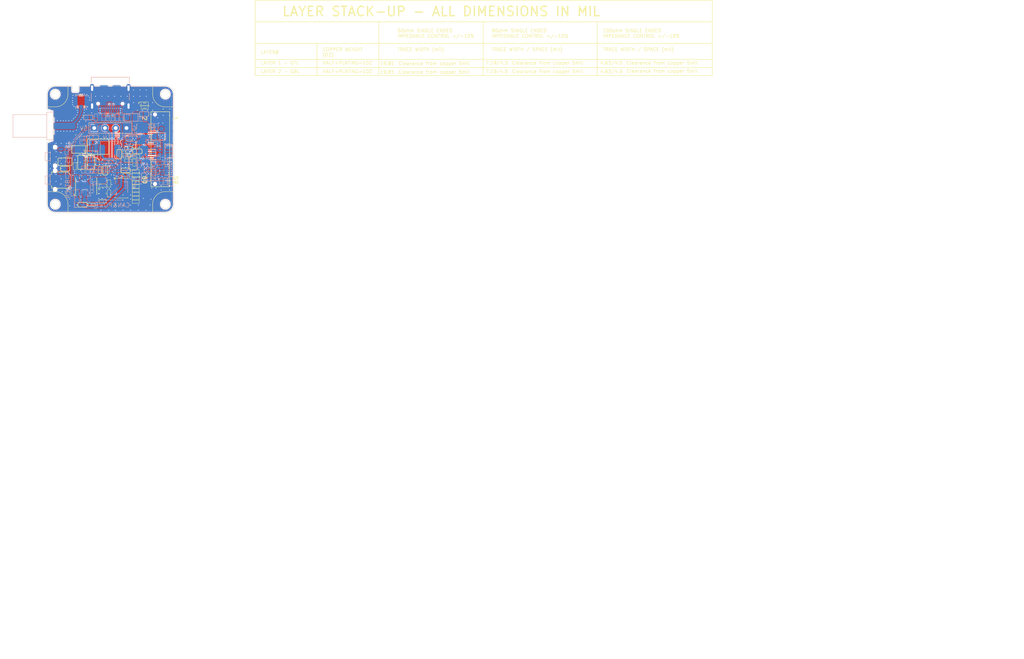
<source format=kicad_pcb>
(kicad_pcb (version 20240108) (generator "pcbnew") (generator_version "8.0")
  (layers (0 "F.Cu" signal) (31 "B.Cu" signal) (34 "B.Paste" user) (35 "F.Paste" user) (36 "B.SilkS" user "B.Silkscreen") (37 "F.SilkS" user "F.Silkscreen") (38 "B.Mask" user) (39 "F.Mask" user) (44 "Edge.Cuts" user))
  (net 0 "")
  (net 1 "DC_IN")
  (net 2 "GND")
  (net 3 "/03 Power/DCDC_VCC")
  (net 4 "Net-(U1-AAM)")
  (net 5 "Net-(U1-SW)")
  (net 6 "Net-(C5-Pad1)")
  (net 7 "DCDC_5V")
  (net 8 "Net-(C9-Pad1)")
  (net 9 "Net-(C9-Pad2)")
  (net 10 "nRESET")
  (net 11 "UPGRAD_KEY{slash}WL_BT_EN")
  (net 12 "+3V3")
  (net 13 "Net-(Q2-G)")
  (net 14 "SD0_PWR_3V3")
  (net 15 "USB_5V")
  (net 16 "CAN_5V")
  (net 17 "CAN_3V3")
  (net 18 "SDIO_CLK{slash}3V3")
  (net 19 "Net-(U2-OSC2)")
  (net 20 "Net-(U2-OSC1)")
  (net 21 "VIN")
  (net 22 "Net-(C31-Pad1)")
  (net 23 "Net-(D4--)")
  (net 24 "Net-(U4-EN)")
  (net 25 "/03 Power/USBC_D_N")
  (net 26 "/03 Power/USBC_D_P")
  (net 27 "Net-(USB1-A4{slash}B9{slash}VBUS)")
  (net 28 "/04 CAN/CAN_H")
  (net 29 "/04 CAN/CAN_L")
  (net 30 "Net-(FB3-Pad2)")
  (net 31 "Net-(FB4-Pad2)")
  (net 32 "EPHY_TX_P")
  (net 33 "Net-(J1-Pad52)")
  (net 34 "SDIO_CD{slash}3V3")
  (net 35 "IIC1_SDA")
  (net 36 "EPHY_RX_N")
  (net 37 "SDIO_D2{slash}3V3")
  (net 40 "BT_UART_CTS")
  (net 41 "SD1_CLK")
  (net 43 "BT_UART_TX")
  (net 44 "SDIO_D3{slash}3V3")
  (net 45 "EPHY_RX_P")
  (net 46 "IIC1_SCL")
  (net 47 "USB_DET")
  (net 48 "USB_D_P")
  (net 49 "USB_D_N")
  (net 51 "SD0_PWR_EN")
  (net 52 "SD1_D1")
  (net 53 "DEBUG_UART0_TX")
  (net 56 "RESERVE1")
  (net 57 "SDIO_CMD{slash}3V3")
  (net 58 "DEBUG_UART0_RX")
  (net 59 "BT_UART_RTS")
  (net 60 "SD1_D0")
  (net 62 "SD1_D2")
  (net 63 "IIC2_SCL")
  (net 64 "PWR_WAKEUP1")
  (net 65 "SD1_D3")
  (net 66 "RESERVE2")
  (net 67 "EPHY_TX_N")
  (net 68 "SDIO_D0{slash}3V3")
  (net 69 "SDIO_D1{slash}3V3")
  (net 71 "GPIO12")
  (net 72 "GPIO13")
  (net 73 "IIC2_SDA")
  (net 74 "BT_UART1_RX")
  (net 75 "/04 CAN/CANH")
  (net 76 "/04 CAN/CANL")
  (net 77 "Net-(Q1-C)")
  (net 78 "Net-(Q3-G)")
  (net 79 "Net-(Q4-G)")
  (net 80 "Net-(USB1-A5{slash}CC1)")
  (net 81 "Net-(USB1-B5{slash}CC2)")
  (net 82 "/03 Power/5V_DC_EN")
  (net 83 "Net-(U1-FB)")
  (net 84 "Net-(R10-Pad2)")
  (net 85 "Net-(U1-BST)")
  (net 86 "Net-(U3-S)")
  (net 87 "Net-(U2-SCK)")
  (net 88 "Net-(U2-nCS)")
  (net 89 "Net-(U2-SDI)")
  (net 90 "Net-(U2-SDO)")
  (net 91 "Net-(U2-~{INT})")
  (net 92 "Net-(R35-Pad2)")
  (net 93 "Net-(R37-Pad2)")
  (net 96 "Net-(U2-TXCAN)")
  (net 97 "Net-(U2-RXCAN)")
  (net 101 "/04 CAN/RF_LINE")
  (net 102 "SD1_CMD")
  (footprint "Resistor:R0402" (layer "F.Cu") (at 66 71.1 180)
    (property "Reference" "R23")
    (property "Value" "0R")
  )
  (footprint "Capacitor:C0402" (layer "F.Cu") (at 66.1 64.3)
    (property "Reference" "C26")
    (property "Value" "100nF")
  )
  (footprint "Crystal:X4-SMD-2.0X1.6MM" (layer "F.Cu") (at 58.2 75.45 -90)
    (property "Reference" "X1")
    (property "Value" "40MHz")
  )
  (footprint "Misc:TP-D45MIL" (layer "F.Cu") (at 64.25 63.35)
    (property "Reference" "TP9")
    (property "Value" "Test Point")
  )
  (footprint "Misc:TP-D45MIL" (layer "F.Cu") (at 55.7 57.6 180)
    (property "Reference" "TP6")
    (property "Value" "Test Point")
  )
  (footprint "Resistor:R0402" (layer "F.Cu") (at 64.2 64.7 180)
    (property "Reference" "R39")
    (property "Value" "0R")
  )
  (footprint "Resistor:R0805" (layer "F.Cu") (at 55.4 68.1 90)
    (property "Reference" "R34")
    (property "Value" "62R")
  )
  (footprint "Capacitor:C0402" (layer "F.Cu") (at 63.3 66.2 -90)
    (property "Reference" "C28")
    (property "Value" "100nF")
  )
  (footprint "Resistor:R0402" (layer "F.Cu") (at 51.6 69 -90)
    (property "Reference" "R13")
    (property "Value" "0R")
  )
  (footprint "Misc:TP-D45MIL" (layer "F.Cu") (at 62.65 78.05)
    (property "Reference" "TP4")
    (property "Value" "Test Point")
  )
  (footprint "Capacitor:C0603" (layer "F.Cu") (at 58.8 70 90)
    (property "Reference" "C23")
    (property "Value" "4.7uF")
  )
  (footprint "Capacitor:C0402" (layer "F.Cu") (at 58.2 73.6)
    (property "Reference" "C21")
    (property "Value" "15pF")
  )
  (footprint "Capacitor:C0402" (layer "F.Cu") (at 55.6 78.1)
    (property "Reference" "C30")
    (property "Value" "100nF")
  )
  (footprint "Misc:TP-D45MIL" (layer "F.Cu") (at 58.8 67.7 180)
    (property "Reference" "TP7")
    (property "Value" "Test Point")
  )
  (footprint "Capacitor:C0603" (layer "F.Cu") (at 66.4 65.5)
    (property "Reference" "C25")
    (property "Value" "4.7uF")
  )
  (footprint "Capacitor:C0402" (layer "F.Cu") (at 57 68.0945 -90)
    (property "Reference" "C31")
    (property "Value" "4.7nF")
  )
  (footprint "Capacitor:C0603" (layer "F.Cu") (at 63.6 70 180)
    (property "Reference" "C19")
    (property "Value" "4.7uF")
  )
  (footprint "Misc:TP-D45MIL" (layer "F.Cu") (at 53.5 63.2 180)
    (property "Reference" "TP5")
    (property "Value" "Test Point")
  )
  (footprint "Misc:TP-D45MIL" (layer "F.Cu") (at 46.9 66.25)
    (property "Reference" "TP13")
    (property "Value" "Test Point")
  )
  (footprint "Resistor:R0402" (layer "F.Cu") (at 59.7 75.45 -90)
    (property "Reference" "R30")
    (property "Value" "1M")
  )
  (footprint "Resistor:R0402" (layer "F.Cu") (at 66 75.6 180)
    (property "Reference" "R22")
    (property "Value" "0R")
  )
  (footprint "Resistor:R0805" (layer "F.Cu") (at 53.2 68.089 -90)
    (property "Reference" "R33")
    (property "Value" "62R")
  )
  (footprint "Capacitor:C0603" (layer "F.Cu") (at 62.1 66.2 -90)
    (property "Reference" "C27")
    (property "Value" "4.7uF")
  )
  (footprint "Capacitor:C0402" (layer "F.Cu") (at 64.2 67.7 180)
    (property "Reference" "C34")
    (property "Value" "100nF")
  )
  (footprint "Ic:SOIC8-1.27-5X4MM" (layer "F.Cu") (at 54.3 73.7)
    (property "Reference" "U3")
    (property "Value" "MCP2558FD-H/SN")
  )
  (footprint "Capacitor:C0402" (layer "F.Cu") (at 63.8 71.1 180)
    (property "Reference" "C18")
    (property "Value" "100nF")
  )
  (footprint "Resistor:R0402" (layer "F.Cu") (at 66.1 66.7 180)
    (property "Reference" "R31")
    (property "Value" "0R")
  )
  (footprint "Connector:BTB60-Male-Female-0.5-17.7x4.4mm" (layer "F.Cu") (at 71.8 65 -90)
    (property "Reference" "J1")
    (property "Value" "ST-BTB-058060-A")
  )
  (footprint "Capacitor:C0402" (layer "F.Cu") (at 57.6 70 90)
    (property "Reference" "C24")
    (property "Value" "100nF")
  )
  (footprint "Misc:TP-D45MIL" (layer "F.Cu") (at 66.95 59.95)
    (property "Reference" "TP8")
    (property "Value" "Test Point")
  )
  (footprint "Resistor:R0402" (layer "F.Cu") (at 66 72.9 180)
    (property "Reference" "R25")
    (property "Value" "0R")
  )
  (footprint "Misc:TP-D45MIL" (layer "F.Cu") (at 70.1 75.55 180)
    (property "Reference" "TP11")
    (property "Value" "Test Point")
  )
  (footprint "Capacitor:C0805" (layer "F.Cu") (at 49.3 67.95 180)
    (property "Reference" "C33")
    (property "Value" "1uF")
  )
  (footprint "Misc:TP-D45MIL" (layer "F.Cu") (at 67.95 77.65 -90)
    (property "Reference" "TP2")
    (property "Value" "Test Point")
  )
  (footprint "Resistor:R0402" (layer "F.Cu") (at 66 74.7 180)
    (property "Reference" "R24")
    (property "Value" "0R")
  )
  (footprint "Diode:DO-214AA_SMB" (layer "F.Cu") (at 48.3087 72.2913 180)
    (property "Reference" "D4")
    (property "Value" "SMBJ24CA")
  )
  (footprint "Resistor:R0402" (layer "F.Cu") (at 59.7 73.1 -90)
    (property "Reference" "R26")
    (property "Value" "0R")
  )
  (footprint "Capacitor:C0603" (layer "F.Cu") (at 53.45 78.1 180)
    (property "Reference" "C29")
    (property "Value" "4.7uF")
  )
  (footprint "Resistor:R0402" (layer "F.Cu") (at 66 77.4 180)
    (property "Reference" "R21")
    (property "Value" "0R")
  )
  (footprint "Resistor:R0402" (layer "F.Cu") (at 68.1 55.2)
    (property "Reference" "R4")
    (property "Value" "5.1R")
  )
  (footprint "Misc:TP-D45MIL" (layer "F.Cu") (at 66.85 67.95)
    (property "Reference" "TP15")
    (property "Value" "Test Point")
  )
  (footprint "Ic:VDFN14-0.65-4.5X3X0.85MM" (layer "F.Cu") (at 62.6 74.2 -90)
    (property "Reference" "U2")
    (property "Value" "MCP2518FDT-E/QBB")
  )
  (footprint "Inductor:INT4-0.85-2X1.25X1.2MM" (layer "F.Cu") (at 68.1 54.7 -90)
    (property "Reference" "L2")
    (property "Value" "90R")
  )
  (footprint "Resistor:R0402" (layer "F.Cu") (at 66 72 180)
    (property "Reference" "R28")
    (property "Value" "4.7K")
  )
  (footprint "Misc:TP-D45MIL" (layer "F.Cu") (at 66.95 57.3)
    (property "Reference" "TP3")
    (property "Value" "Test Point")
  )
  (footprint "Resistor:R0402" (layer "F.Cu") (at 66 73.8 180)
    (property "Reference" "R27")
    (property "Value" "4.7K")
  )
  (footprint "Capacitor:C0603" (layer "F.Cu") (at 49.3 69.6 180)
    (property "Reference" "C32")
    (property "Value" "100nF")
  )
  (footprint "Misc:TP-D45MIL" (layer "F.Cu") (at 67.95 75.55 -90)
    (property "Reference" "TP1")
    (property "Value" "Test Point")
  )
  (footprint "Inductor:L0805" (layer "F.Cu") (at 52.55 65.05 180)
    (property "Reference" "FB5")
    (property "Value" "0R")
  )
  (footprint "Capacitor:C0402" (layer "F.Cu") (at 58.2 77.25 180)
    (property "Reference" "C22")
    (property "Value" "15pF")
  )
  (footprint "Resistor:R0402" (layer "F.Cu") (at 68.1 54.2)
    (property "Reference" "R3")
    (property "Value" "5.1R")
  )
  (footprint "Capacitor:C1210" (layer "F.Cu") (at 57.10325 64.40325)
    (property "Reference" "C1")
    (property "Value" "22uF")
  )
  (footprint "Resistor:R0402" (layer "F.Cu") (at 66 70.2 180)
    (property "Reference" "R29")
    (property "Value" "4.7K")
  )
  (footprint "Resistor:R0402" (layer "F.Cu") (at 65.65 68.15 90)
    (property "Reference" "R32")
    (property "Value" "0R")
  )
  (footprint "Misc:TP-D45MIL" (layer "F.Cu") (at 62.1 64.1)
    (property "Reference" "TP14")
    (property "Value" "Test Point")
  )
  (footprint "Misc:TP-D45MIL" (layer "F.Cu") (at 60.4 70 180)
    (property "Reference" "TP12")
    (property "Value" "Test Point")
  )
  (footprint "Ic:WLCSP4-0.4-0.77X0.77X0.33MM" (layer "F.Cu") (at 64.5 66.5)
    (property "Reference" "U4")
    (property "Value" "TPS22916CYFPR")
  )
  (footprint "Capacitor:C0402" (layer "F.Cu") (at 66 76.5 180)
    (property "Reference" "C20")
    (property "Value" "10pF")
  )
  (footprint "Capacitor:C0805" (layer "B.Cu") (at 63.4 68.3 -90)
    (property "Reference" "C6")
    (property "Value" "22uF")
  )
  (footprint "Capacitor:C0805" (layer "B.Cu") (at 65.4 68.3 -90)
    (property "Reference" "C7")
    (property "Value" "22uF")
  )
  (footprint "Inductor:INT2-SMD-4.2X4.4X1.8MM" (layer "B.Cu") (at 59.85 65.2)
    (property "Reference" "L1")
    (property "Value" "5.6uH-20%")
  )
  (footprint "Resistor:R0402" (layer "B.Cu") (at 71 67.1 180)
    (property "Reference" "R35")
    (property "Value" "100K")
  )
  (footprint "Capacitor:C0603" (layer "B.Cu") (at 74.2 72.6 -90)
    (property "Reference" "C13")
    (property "Value" "4.7uF")
  )
  (footprint "Inductor:L0402" (layer "B.Cu") (at 70.5 72.1 180)
    (property "Reference" "FB1")
    (property "Value" "120R")
  )
  (footprint "Mosfet:DFN8P-0.65-3X3X0.8MM" (layer "B.Cu") (at 67.7 64.8 -90)
    (property "Reference" "Q3")
    (property "Value" "RQ3E120ATTB")
  )
  (footprint "Resistor:R0402" (layer "B.Cu") (at 68.8 70 180)
    (property "Reference" "R18")
    (property "Value" "1K")
  )
  (footprint "Resistor:R0402" (layer "B.Cu") (at 64.4 62.3 180)
    (property "Reference" "R38")
    (property "Value" "100K")
  )
  (footprint "Resistor:R0402" (layer "B.Cu") (at 58.4 57.5 90)
    (property "Reference" "R1")
    (property "Value" "5.1K")
  )
  (footprint "Connector:USB2.0-TYPE-C" (layer "B.Cu") (at 60 55.34975 -90)
    (property "Reference" "USB1")
    (property "Value" "USB-31C-F-16P-L7.35")
  )
  (footprint "Capacitor:C0402" (layer "B.Cu") (at 53.6 62.3 180)
    (property "Reference" "C4")
    (property "Value" "1nF")
  )
  (footprint "Resistor:R0402" (layer "B.Cu") (at 57 70.3)
    (property "Reference" "R9")
    (property "Value" "40.2K")
  )
  (footprint "Capacitor:C0402" (layer "B.Cu") (at 49.7 65.45 -90)
    (property "Reference" "C10")
    (property "Value" "33pF")
  )
  (footprint "Connector:H4-2.54-65_35MIL" (layer "B.Cu") (at 60.00975 59.99675 -90)
    (property "Reference" "J3")
    (property "Value" "FF-1025")
  )
  (footprint "Mosfet:DFN8P-0.65-3X3X0.8MM" (layer "B.Cu") (at 67.7 60.6 90)
    (property "Reference" "Q4")
    (property "Value" "RQ3E120ATTB")
  )
  (footprint "Resistor:R0402" (layer "B.Cu") (at 57 69.3)
    (property "Reference" "R11")
    (property "Value" "0R")
  )
  (footprint "Capacitor:C0402" (layer "B.Cu") (at 49.85 71.05 -90)
    (property "Reference" "C11")
    (property "Value" "33pF")
  )
  (footprint "Capacitor:C0402" (layer "B.Cu") (at 53.6 69.8 -90)
    (property "Reference" "C3")
    (property "Value" "100nF")
  )
  (footprint "Capacitor:C0603" (layer "B.Cu") (at 67.9 71.7 90)
    (property "Reference" "C35")
    (property "Value" "4.7uF")
  )
  (footprint "Misc:TP-D45MIL" (layer "B.Cu") (at 72.1 60.2 180)
    (property "Reference" "TP10")
    (property "Value" "Test Point")
  )
  (footprint "Resistor:R0402" (layer "B.Cu") (at 73.7 68.3)
    (property "Reference" "R20")
    (property "Value" "0R")
  )
  (footprint "Capacitor:C0402" (layer "B.Cu") (at 66.9 68.4 -90)
    (property "Reference" "C8")
    (property "Value" "100nF")
  )
  (footprint "Capacitor:C0402" (layer "B.Cu") (at 67.8 58)
    (property "Reference" "C15")
    (property "Value" "100nF")
  )
  (footprint "Inductor:INT4-1.5-4.75X4.5X2MM" (layer "B.Cu") (at 53 73.6 -90)
    (property "Reference" "L3")
    (property "Value" "PCAQ4520MB-142")
  )
  (footprint "Resistor:R0402" (layer "B.Cu") (at 58.7 68)
    (property "Reference" "R12")
    (property "Value" "20R")
  )
  (footprint "Resistor:R0402" (layer "B.Cu") (at 71.8 68.3)
    (property "Reference" "R16")
    (property "Value" "33K")
  )
  (footprint "Capacitor:C0402" (layer "B.Cu") (at 60.6 68)
    (property "Reference" "C5")
    (property "Value" "100nF")
  )
  (footprint "Resistor:R0402" (layer "B.Cu") (at 70.9 59.8 -90)
    (property "Reference" "R14")
    (property "Value" "11k")
  )
  (footprint "Resistor:R0402" (layer "B.Cu") (at 64.4 65.8)
    (property "Reference" "R37")
    (property "Value" "100K")
  )
  (footprint "Capacitor:C0402" (layer "B.Cu") (at 72 72.6 -90)
    (property "Reference" "C16")
    (property "Value" "100nF")
  )
  (footprint "Capacitor:C0603" (layer "B.Cu") (at 68 56.7)
    (property "Reference" "C14")
    (property "Value" "4.7uF")
  )
  (footprint "Resistor:R0402" (layer "B.Cu") (at 69.9 59.8 90)
    (property "Reference" "R15")
    (property "Value" "20K")
  )
  (footprint "Diode:ESD-0402" (layer "B.Cu") (at 60.6 57.5 90)
    (property "Reference" "D1")
    (property "Value" "ESDPSA0402V05")
  )
  (footprint "Transistor:SOT-363" (layer "B.Cu") (at 71 65.4 90)
    (property "Reference" "U5")
    (property "Value" "BC856S")
  )
  (footprint "Diode:ESD-0402" (layer "B.Cu") (at 56.6 57.5 -90)
    (property "Reference" "D6")
    (property "Value" "TPD1E10B06DPYR")
  )
  (footprint "Mosfet:SOT-323" (layer "B.Cu") (at 73.2 70.1 180)
    (property "Reference" "Q2")
    (property "Value" "CJ2101")
  )
  (footprint "Capacitor:C0402" (layer "B.Cu") (at 71.2 70.1 -90)
    (property "Reference" "C12")
    (property "Value" "100nF")
  )
  (footprint "Connector:SMD-SH1.0-6P-90D" (layer "B.Cu") (at 60.05 76.95)
    (property "Reference" "J2")
    (property "Value" "SM06B-SRSS-TB(LF)(SN)")
  )
  (footprint "Resistor:R0402" (layer "B.Cu") (at 73 72.6 90)
    (property "Reference" "R19")
    (property "Value" "100K")
  )
  (footprint "Diode:ESD-0402" (layer "B.Cu") (at 62.6 57.5 90)
    (property "Reference" "D3")
    (property "Value" "TPD1E10B06DPYR")
  )
  (footprint "Diode:SOT-23" (layer "B.Cu") (at 53 78.1 90)
    (property "Reference" "D5")
    (property "Value" "SM05-7")
  )
  (footprint "Misc:ANTENNA-5P-13.5X6.5X6.5MM" (layer "B.Cu") (at 49.1625 59.5 -90)
    (property "Reference" "ANT2")
    (property "Value" "ANT Connect")
  )
  (footprint "Capacitor:C0603" (layer "B.Cu") (at 56.1 62.2)
    (property "Reference" "C2")
    (property "Value" "100nF")
  )
  (footprint "Resistor:R0402" (layer "B.Cu") (at 55.1 69.3)
    (property "Reference" "R7")
    (property "Value" "20K")
  )
  (footprint "Switch:SW5-SMD-4.56X2.3X1.9MM" (layer "B.Cu") (at 46.95 72.28 -90)
    (property "Reference" "K2")
    (property "Value" "TD-1100AP-A4N-D1R")
  )
  (footprint "Resistor:R0402" (layer "B.Cu") (at 55.8 63.4)
    (property "Reference" "R6")
    (property "Value" "100K")
  )
  (footprint "Connector:U-FL3P-SMD-2.6X2.6X1.0MM" (layer "B.Cu") (at 53.1 53.6 90)
    (property "Reference" "ANT1")
    (property "Value" "U.FL-R-SMT-1")
  )
  (footprint "Switch:SW5-SMD-4.56X2.3X1.9MM" (layer "B.Cu") (at 46.95 66.72 -90)
    (property "Reference" "K1")
    (property "Value" "TD-1100AP-A4N-D1R")
  )
  (footprint "Resistor:R0402" (layer "B.Cu") (at 55.1 70.3)
    (property "Reference" "R10")
    (property "Value" "7.5k")
  )
  (footprint "Capacitor:C0402" (layer "B.Cu") (at 58.4 69.8 -90)
    (property "Reference" "C9")
    (property "Value" "33pF")
  )
  (footprint "Resistor:R0402" (layer "B.Cu") (at 59.4 69.8 90)
    (property "Reference" "R8")
    (property "Value" "20R")
  )
  (footprint "Resistor:R0402" (layer "B.Cu") (at 71 63.6 180)
    (property "Reference" "R36")
    (property "Value" "100K")
  )
  (footprint "Inductor:L0805" (layer "B.Cu") (at 64.9 57.5)
    (property "Reference" "FB2")
    (property "Value" "0R")
  )
  (footprint "Resistor:R0402" (layer "B.Cu") (at 53.6 63.4)
    (property "Reference" "R5")
    (property "Value" "75K")
  )
  (footprint "Capacitor:C0603" (layer "B.Cu") (at 54.8 57.5 180)
    (property "Reference" "C17")
    (property "Value" "100nF")
  )
  (footprint "Ic:TSOT23-8" (layer "B.Cu") (at 55.5 66.2)
    (property "Reference" "U1")
    (property "Value" "MP2315GJ")
  )
  (footprint "Inductor:L0805" (layer "B.Cu") (at 71.4 62)
    (property "Reference" "FB3")
    (property "Value" "0R")
  )
  (footprint "Transistor:SOT-363" (layer "B.Cu") (at 64.4 64.1 90)
    (property "Reference" "U6")
    (property "Value" "BC856S")
  )
  (footprint "Transistor:SOT-323" (layer "B.Cu") (at 69.3 68.3 180)
    (property "Reference" "Q1")
    (property "Value" "LMUN5233T1G")
  )
  (footprint "Capacitor:C0402" (layer "B.Cu") (at 69.1 71.7 90)
    (property "Reference" "C36")
    (property "Value" "100nF")
  )
  (footprint "Resistor:R0402" (layer "B.Cu") (at 70.2 70.5 -90)
    (property "Reference" "R17")
    (property "Value" "47K")
  )
  (footprint "Inductor:L0805" (layer "B.Cu") (at 73.787 65.5 90)
    (property "Reference" "FB4")
    (property "Value" "0R")
  )
  (footprint "Resistor:R0402" (layer "B.Cu") (at 61.6 57.5 -90)
    (property "Reference" "R2")
    (property "Value" "5.1K")
  )
  (footprint "Diode:ESD-0402" (layer "B.Cu") (at 59.4 57.5 90)
    (property "Reference" "D2")
    (property "Value" "ESDPSA0402V05")
  )
  (gr_line (start 50 50.00006) (end 50 52.000056) (stroke (width 0.1)) (layer "F.SilkS"))
  (gr_line (start 70.000214 80) (end 70.000214 78.000004) (stroke (width 0.1)) (layer "F.SilkS"))
  (gr_line (start 202.15 45.7025) (end 202.15 47.6075) (stroke (width 0.127)) (layer "F.SilkS"))
  (gr_line (start 70.000214 50.00006) (end 70.000214 52.000056) (stroke (width 0.1)) (layer "F.SilkS"))
  (gr_line (start 94.2 45.7025) (end 202.15 45.7025) (stroke (width 0.127)) (layer "F.SilkS"))
  (gr_line (start 94.2 34.9075) (end 94.2 29.8275) (stroke (width 0.127)) (layer "F.SilkS"))
  (gr_line (start 123.41 34.9075) (end 148.048 34.9075) (stroke (width 0.127)) (layer "F.SilkS"))
  (gr_arc (start 47.000006 75.00001) (mid 49.121353 75.878667) (end 50 78.000004) (stroke (width 0.1)) (layer "F.SilkS"))
  (gr_line (start 94.2 39.9875) (end 108.805 39.9875) (stroke (width 0.127)) (layer "F.SilkS"))
  (gr_line (start 50 80) (end 50 78.000004) (stroke (width 0.1)) (layer "F.SilkS"))
  (gr_arc (start 73.000208 55.00005) (mid 70.878874 54.121384) (end 70.000214 52.000056) (stroke (width 0.1)) (layer "F.SilkS"))
  (gr_line (start 94.2 39.9875) (end 94.2 34.9075) (stroke (width 0.127)) (layer "F.SilkS"))
  (gr_line (start 108.805 39.9875) (end 202.15 39.9875) (stroke (width 0.127)) (layer "F.SilkS"))
  (gr_line (start 94.2 45.7025) (end 94.2 43.7975) (stroke (width 0.127)) (layer "F.SilkS"))
  (gr_line (start 202.15 29.8275) (end 202.15 34.9075) (stroke (width 0.127)) (layer "F.SilkS"))
  (gr_line (start 94.2 47.6075) (end 94.2 45.7025) (stroke (width 0.127)) (layer "F.SilkS"))
  (gr_line (start 202.15 34.9075) (end 202.15 39.9875) (stroke (width 0.127)) (layer "F.SilkS"))
  (gr_arc (start 50 52.000056) (mid 49.121325 54.121361) (end 47.000006 55.00005) (stroke (width 0.1)) (layer "F.SilkS"))
  (gr_line (start 47.000006 55.00005) (end 45.00001 55.00005) (stroke (width 0.1)) (layer "F.SilkS"))
  (gr_arc (start 70.000214 78.000004) (mid 70.878884 75.878682) (end 73.000208 75.00001) (stroke (width 0.1)) (layer "F.SilkS"))
  (gr_line (start 94.2 43.7975) (end 202.15 43.7975) (stroke (width 0.127)) (layer "F.SilkS"))
  (gr_line (start 94.2 47.6075) (end 202.15 47.6075) (stroke (width 0.127)) (layer "F.SilkS"))
  (gr_line (start 94.2 34.9075) (end 123.41 34.9075) (stroke (width 0.127)) (layer "F.SilkS"))
  (gr_line (start 73.000208 75.00001) (end 75.000204 75.00001) (stroke (width 0.1)) (layer "F.SilkS"))
  (gr_line (start 73.000208 55.00005) (end 75.000204 55.00005) (stroke (width 0.1)) (layer "F.SilkS"))
  (gr_line (start 202.15 43.7975) (end 202.15 45.7025) (stroke (width 0.127)) (layer "F.SilkS"))
  (gr_line (start 94.2 29.8275) (end 202.15 29.8275) (stroke (width 0.127)) (layer "F.SilkS"))
  (gr_line (start 174.972 34.9075) (end 202.15 34.9075) (stroke (width 0.127)) (layer "F.SilkS"))
  (gr_line (start 148.048 34.9075) (end 174.972 34.9075) (stroke (width 0.127)) (layer "F.SilkS"))
  (gr_line (start 94.2 43.7975) (end 94.2 39.9875) (stroke (width 0.127)) (layer "F.SilkS"))
  (gr_line (start 202.15 39.9875) (end 202.15 43.7975) (stroke (width 0.127)) (layer "F.SilkS"))
  (gr_line (start 123.41 34.9075) (end 123.41 47.6075) (stroke (width 0.127)) (layer "F.SilkS"))
  (gr_line (start 174.972 34.9075) (end 174.972 47.6075) (stroke (width 0.127)) (layer "F.SilkS"))
  (gr_line (start 47.000006 75.00001) (end 45.00001 75.00001) (stroke (width 0.1)) (layer "F.SilkS"))
  (gr_line (start 148.048 47.6075) (end 148.048 34.9075) (stroke (width 0.127)) (layer "F.SilkS"))
  (gr_line (start 108.805 39.9875) (end 108.805 47.6075) (stroke (width 0.127)) (layer "F.SilkS"))
  (gr_arc (start 72.999954 50.95002) (mid 74.050224 51.999947) (end 73.000208 53.050092) (stroke (width 0.1)) (layer "Edge.Cuts"))
  (gr_line (start 46.99988 80) (end 72.999828 80) (stroke (width 0.1)) (layer "Edge.Cuts"))
  (gr_arc (start 44.999884 52.000056) (mid 45.585675 50.585851) (end 46.99988 50.00006) (stroke (width 0.1)) (layer "Edge.Cuts"))
  (gr_arc (start 47.000006 79.05004) (mid 45.950104 77.999847) (end 47.00026 76.949968) (stroke (width 0.1)) (layer "Edge.Cuts"))
  (gr_line (start 72.999828 50.00006) (end 52.79997 50.00006) (stroke (width 0.1)) (layer "Edge.Cuts"))
  (gr_arc (start 73.000208 53.050092) (mid 71.950152 52.000201) (end 72.999954 50.95002) (stroke (width 0.1)) (layer "Edge.Cuts"))
  (gr_line (start 50.699898 50.00006) (end 46.99988 50.00006) (stroke (width 0.1)) (layer "Edge.Cuts"))
  (gr_line (start 50.999872 50.300034) (end 50.999872 51.199956) (stroke (width 0.1)) (layer "Edge.Cuts"))
  (gr_arc (start 46.99988 80) (mid 45.58566 79.414224) (end 44.999884 78.000004) (stroke (width 0.1)) (layer "Edge.Cuts"))
  (gr_line (start 74.999824 78.000004) (end 74.999824 52.000056) (stroke (width 0.1)) (layer "Edge.Cuts"))
  (gr_line (start 46.59983 62.850174) (end 44.999884 63.432342) (stroke (width 0.1)) (layer "Edge.Cuts"))
  (gr_arc (start 51.299846 51.500184) (mid 51.087681 51.412197) (end 50.999872 51.199956) (stroke (width 0.1)) (layer "Edge.Cuts"))
  (gr_arc (start 47.00026 50.95002) (mid 48.050224 52.000201) (end 47.000006 53.050092) (stroke (width 0.1)) (layer "Edge.Cuts"))
  (gr_line (start 52.499996 50.300034) (end 52.499996 51.199956) (stroke (width 0.1)) (layer "Edge.Cuts"))
  (gr_arc (start 73.000208 79.05004) (mid 71.950104 78.000101) (end 72.999954 76.949968) (stroke (width 0.1)) (layer "Edge.Cuts"))
  (gr_arc (start 52.499996 51.199956) (mid 52.412115 51.412302) (end 52.199768 51.500184) (stroke (width 0.1)) (layer "Edge.Cuts"))
  (gr_line (start 46.59983 56.150162) (end 46.59983 61.7) (stroke (width 0.1)) (layer "Edge.Cuts"))
  (gr_line (start 52.199768 51.500184) (end 51.299846 51.500184) (stroke (width 0.1)) (layer "Edge.Cuts"))
  (gr_line (start 44.999884 52.000056) (end 44.999884 55.56774) (stroke (width 0.1)) (layer "Edge.Cuts"))
  (gr_line (start 44.999884 55.56774) (end 46.59983 56.150162) (stroke (width 0.1)) (layer "Edge.Cuts"))
  (gr_line (start 46.59983 61.7) (end 46.59983 62.850174) (stroke (width 0.1)) (layer "Edge.Cuts"))
  (gr_line (start 44.999884 63.432342) (end 44.999884 78.000004) (stroke (width 0.1)) (layer "Edge.Cuts"))
  (gr_arc (start 74.999824 78.000004) (mid 74.414053 79.414227) (end 72.999828 80) (stroke (width 0.1)) (layer "Edge.Cuts"))
  (gr_arc (start 47.00026 76.949968) (mid 48.050176 78.000101) (end 47.000006 79.05004) (stroke (width 0.1)) (layer "Edge.Cuts"))
  (gr_arc (start 47.000006 53.050092) (mid 45.950152 51.999947) (end 47.00026 50.95002) (stroke (width 0.1)) (layer "Edge.Cuts"))
  (gr_arc (start 72.999954 76.949968) (mid 74.050176 77.999847) (end 73.000208 79.05004) (stroke (width 0.1)) (layer "Edge.Cuts"))
  (gr_arc (start 52.499996 50.300034) (mid 52.587864 50.087928) (end 52.79997 50.00006) (stroke (width 0.1)) (layer "Edge.Cuts"))
  (gr_arc (start 50.699898 50.00006) (mid 50.911987 50.087945) (end 50.999872 50.300034) (stroke (width 0.1)) (layer "Edge.Cuts"))
  (gr_arc (start 72.999828 50.00006) (mid 74.414044 50.585839) (end 74.999824 52.000056) (stroke (width 0.1)) (layer "Edge.Cuts"))
  (gr_text "BT_EN" (at 50.5 72.1 90) (layer "B.SilkS") (effects (font (size 1 1) (thickness 0.1)) (justify left bottom mirror)))
  (gr_text "H" (at 59.3 62.8 0) (layer "B.SilkS") (effects (font (size 1 1) (thickness 0.1)) (justify left bottom mirror)))
  (gr_text "G" (at 66.2 60.7 0) (layer "B.SilkS") (effects (font (size 1 1) (thickness 0.1)) (justify left bottom mirror)))
  (gr_text "L" (at 61.9 62.8 0) (layer "B.SilkS") (effects (font (size 1 1) (thickness 0.1)) (justify left bottom mirror)))
  (gr_text "RST" (at 50.5 66.453357 90) (layer "B.SilkS") (effects (font (size 1 1) (thickness 0.1)) (justify left bottom mirror)))
  (gr_text "CAN&POWER\n" (at 64.7 78.8 0) (layer "B.SilkS") (effects (font (size 1 1) (thickness 0.1)) (justify left bottom mirror)))
  (gr_text "5V" (at 54.7 60.7 0) (layer "B.SilkS") (effects (font (size 1 1) (thickness 0.1)) (justify left bottom mirror)))
  (gr_text "LAYER 1 - GTL" (at 95.47 45.0675 0) (layer "F.SilkS") (effects (font (size 0.78232 0.78232) (thickness 0.10668)) (justify left bottom)))
  (gr_text "TRACE WIDTH / SPACE (mil)" (at 176.242 41.8925 0) (layer "F.SilkS") (effects (font (size 0.78232 0.78232) (thickness 0.10668)) (justify left bottom)))
  (gr_text "LAYER#" (at 95.47 42.5275 0) (layer "F.SilkS") (effects (font (size 0.78232 0.78232) (thickness 0.10668)) (justify left bottom)))
  (gr_text "19.81" (at 123.664 45.1945 0) (layer "F.SilkS") (effects (font (size 0.78232 0.78232) (thickness 0.10668)) (justify left bottom)))
  (gr_text "Clearance from copper 5mil" (at 181.83 45.0675 0) (layer "F.SilkS") (effects (font (size 0.78232 0.78232) (thickness 0.10668)) (justify left bottom)))
  (gr_text "HALF+PLATING=1OZ" (at 110.075 45.0675 0) (layer "F.SilkS") (effects (font (size 0.78232 0.78232) (thickness 0.10668)) (justify left bottom)))
  (gr_text "50ohm SINGLE ENDED \nIMPEDANCE CONTROL +/-10%" (at 127.728 38.7175 0) (layer "F.SilkS") (effects (font (size 0.78232 0.78232) (thickness 0.10668)) (justify left bottom)))
  (gr_text "LAYER STACK-UP - ALL DIMENSIONS IN MIL" (at 100.423 33.7645 0) (layer "F.SilkS") (effects (font (size 2.2352 2.2352) (thickness 0.3048)) (justify left bottom)))
  (gr_text "19.81" (at 123.664 47.2265 0) (layer "F.SilkS") (effects (font (size 0.78232 0.78232) (thickness 0.10668)) (justify left bottom)))
  (gr_text "Clearance from copper 5mil" (at 154.779 47.0995 0) (layer "F.SilkS") (effects (font (size 0.78232 0.78232) (thickness 0.10668)) (justify left bottom)))
  (gr_text "LAYER 2 - GBL" (at 95.47 47.0995 0) (layer "F.SilkS") (effects (font (size 0.78232 0.78232) (thickness 0.10668)) (justify left bottom)))
  (gr_text "7.19/4.5" (at 148.556 45.0675 0) (layer "F.SilkS") (effects (font (size 0.78232 0.78232) (thickness 0.10668)) (justify left bottom)))
  (gr_text "7.19/4.5" (at 148.556 47.0995 0) (layer "F.SilkS") (effects (font (size 0.78232 0.78232) (thickness 0.10668)) (justify left bottom)))
  (gr_text "100ohm SINGLE ENDED \nIMPEDANCE CONTROL +/-10%" (at 176.242 38.7175 0) (layer "F.SilkS") (effects (font (size 0.78232 0.78232) (thickness 0.10668)) (justify left bottom)))
  (gr_text "TRACE WIDTH / SPACE (mil)" (at 149.953 41.8925 0) (layer "F.SilkS") (effects (font (size 0.78232 0.78232) (thickness 0.10668)) (justify left bottom)))
  (gr_text "HALF+PLATING=1OZ" (at 110.075 47.0995 0) (layer "F.SilkS") (effects (font (size 0.78232 0.78232) (thickness 0.10668)) (justify left bottom)))
  (gr_text "COPPER WEIGHT\n(OZ)" (at 110.075 43.1625 0) (layer "F.SilkS") (effects (font (size 0.78232 0.78232) (thickness 0.10668)) (justify left bottom)))
  (gr_text "4.63/4.5" (at 175.607 45.0675 0) (layer "F.SilkS") (effects (font (size 0.78232 0.78232) (thickness 0.10668)) (justify left bottom)))
  (gr_text "Clearance from copper 5mil" (at 127.982 45.1945 0) (layer "F.SilkS") (effects (font (size 0.78232 0.78232) (thickness 0.10668)) (justify left bottom)))
  (gr_text "Clearance from copper 5mil" (at 154.779 45.0675 0) (layer "F.SilkS") (effects (font (size 0.78232 0.78232) (thickness 0.10668)) (justify left bottom)))
  (gr_text "90ohm SINGLE ENDED \nIMPEDANCE CONTROL +/-10%" (at 149.953 38.7175 0) (layer "F.SilkS") (effects (font (size 0.78232 0.78232) (thickness 0.10668)) (justify left bottom)))
  (gr_text "4.63/4.5" (at 175.607 47.0995 0) (layer "F.SilkS") (effects (font (size 0.78232 0.78232) (thickness 0.10668)) (justify left bottom)))
  (gr_text "TRACE WIDTH (mil)" (at 127.728 41.8925 0) (layer "F.SilkS") (effects (font (size 0.78232 0.78232) (thickness 0.10668)) (justify left bottom)))
  (gr_text "Clearance from copper 5mil" (at 181.83 46.9725 0) (layer "F.SilkS") (effects (font (size 0.78232 0.78232) (thickness 0.10668)) (justify left bottom)))
  (gr_text "Clearance from copper 5mil" (at 127.982 47.2265 0) (layer "F.SilkS") (effects (font (size 0.78232 0.78232) (thickness 0.10668)) (justify left bottom)))
  (segment (start 53.5 63.2) (end 53.5 64.989) (width 0.5) (layer "F.Cu") (net 1))
  (segment (start 53.5 64.989) (end 53.439 65.05) (width 0.5) (layer "F.Cu") (net 1))
  (segment (start 55.561 64.361) (end 55.60325 64.40325) (width 1.5) (layer "F.Cu") (net 1))
  (segment (start 54.9565 65.05) (end 55.60325 64.40325) (width 1.5) (layer "F.Cu") (net 1))
  (segment (start 53.439 65.05) (end 54.9565 65.05) (width 1.5) (layer "F.Cu") (net 1))
  (via (at 55.15 63.5) (size 0.4064) (drill 0.2032) (layers "F.Cu" "B.Cu") (net 1))
  (via (at 55.15 63.95) (size 0.4064) (drill 0.2032) (layers "F.Cu" "B.Cu") (net 1))
  (via (at 55.15 63.05) (size 0.4064) (drill 0.2032) (layers "F.Cu" "B.Cu") (net 1))
  (segment (start 55.175 64.9) (end 55.175 64.125) (width 0.3) (layer "B.Cu") (net 1))
  (via (at 51.1 52.9) (size 0.4064) (drill 0.2032) (layers "F.Cu" "B.Cu") (net 2))
  (via (at 72.5 57) (size 0.4064) (drill 0.2032) (layers "F.Cu" "B.Cu") (net 2))
  (via (at 74 55.5) (size 0.4064) (drill 0.2032) (layers "F.Cu" "B.Cu") (net 2))
  (via (at 66.5 69.5) (size 0.4064) (drill 0.2032) (layers "F.Cu" "B.Cu") (net 2))
  (via (at 58.2 68.65) (size 0.4064) (drill 0.2032) (layers "F.Cu" "B.Cu") (net 2))
  (via (at 67.2 73.2) (size 0.4064) (drill 0.2032) (layers "F.Cu" "B.Cu") (net 2))
  (via (at 51.9 52.1) (size 0.4064) (drill 0.2032) (layers "F.Cu" "B.Cu") (net 2))
  (via (at 67 52.5) (size 0.4064) (drill 0.2032) (layers "F.Cu" "B.Cu") (net 2))
  (via (at 69.4 78.2) (size 0.4064) (drill 0.2032) (layers "F.Cu" "B.Cu") (net 2))
  (via (at 58 52.5) (size 0.4064) (drill 0.2032) (layers "F.Cu" "B.Cu") (net 2))
  (via (at 52.8 66.2) (size 0.4064) (drill 0.2032) (layers "F.Cu" "B.Cu") (net 2))
  (via (at 55.1 52.8) (size 0.4064) (drill 0.2032) (layers "F.Cu" "B.Cu") (net 2))
  (via (at 67 51) (size 0.4064) (drill 0.2032) (layers "F.Cu" "B.Cu") (net 2))
  (via (at 60.25 71.05) (size 0.4064) (drill 0.2032) (layers "F.Cu" "B.Cu") (net 2))
  (via (at 51.7 57.4) (size 0.4064) (drill 0.2032) (layers "F.Cu" "B.Cu") (net 2))
  (via (at 51.8 55.3) (size 0.4064) (drill 0.2032) (layers "F.Cu" "B.Cu") (net 2))
  (via (at 47.2 71) (size 0.4064) (drill 0.2032) (layers "F.Cu" "B.Cu") (net 2))
  (via (at 62.9 68.6) (size 0.4064) (drill 0.2032) (layers "F.Cu" "B.Cu") (net 2))
  (via (at 67.6 55.8) (size 0.4064) (drill 0.2032) (layers "F.Cu" "B.Cu") (net 2))
  (via (at 48.4 69.6) (size 0.4064) (drill 0.2032) (layers "F.Cu" "B.Cu") (net 2))
  (via (at 55.6 56.4) (size 0.4064) (drill 0.2032) (layers "F.Cu" "B.Cu") (net 2))
  (via (at 51.2 52.3) (size 0.4064) (drill 0.2032) (layers "F.Cu" "B.Cu") (net 2))
  (via (at 48.25 60.75) (size 0.4064) (drill 0.2032) (layers "F.Cu" "B.Cu") (net 2))
  (via (at 47.2 65.6) (size 0.4064) (drill 0.2032) (layers "F.Cu" "B.Cu") (net 2))
  (via (at 48.4 72) (size 0.4064) (drill 0.2032) (layers "F.Cu" "B.Cu") (net 2))
  (via (at 59.35 62.5) (size 0.4064) (drill 0.2032) (layers "F.Cu" "B.Cu") (net 2))
  (via (at 53.4 52) (size 0.4064) (drill 0.2032) (layers "F.Cu" "B.Cu") (net 2))
  (via (at 69.6 76.8) (size 0.4064) (drill 0.2032) (layers "F.Cu" "B.Cu") (net 2))
  (via (at 58.6 62.5) (size 0.4064) (drill 0.2032) (layers "F.Cu" "B.Cu") (net 2))
  (via (at 45.8 71) (size 0.4064) (drill 0.2032) (layers "F.Cu" "B.Cu") (net 2))
  (via (at 60.85 71.1) (size 0.4064) (drill 0.2032) (layers "F.Cu" "B.Cu") (net 2))
  (via (at 58.9 68.65) (size 0.4064) (drill 0.2032) (layers "F.Cu" "B.Cu") (net 2))
  (via (at 50.4 76.8) (size 0.4064) (drill 0.2032) (layers "F.Cu" "B.Cu") (net 2))
  (via (at 53 69.95) (size 0.4064) (drill 0.2032) (layers "F.Cu" "B.Cu") (net 2))
  (via (at 53.883006 55.733881) (size 0.4064) (drill 0.2032) (layers "F.Cu" "B.Cu") (net 2))
  (via (at 71.4 61.65) (size 0.4064) (drill 0.2032) (layers "F.Cu" "B.Cu") (net 2))
  (via (at 57.25 63) (size 0.4064) (drill 0.2032) (layers "F.Cu" "B.Cu") (net 2))
  (via (at 53.9 52) (size 0.4064) (drill 0.2032) (layers "F.Cu" "B.Cu") (net 2))
  (via (at 68.5 52.5) (size 0.4064) (drill 0.2032) (layers "F.Cu" "B.Cu") (net 2))
  (via (at 54.2 59.4) (size 0.4064) (drill 0.2032) (layers "F.Cu" "B.Cu") (net 2))
  (via (at 63 79.4) (size 0.4064) (drill 0.2032) (layers "F.Cu" "B.Cu") (net 2))
  (via (at 50.2 58.3) (size 0.4064) (drill 0.2032) (layers "F.Cu" "B.Cu") (net 2))
  (via (at 47.5 58.25) (size 0.4064) (drill 0.2032) (layers "F.Cu" "B.Cu") (net 2))
  (via (at 53.1 58) (size 0.4064) (drill 0.2032) (layers "F.Cu" "B.Cu") (net 2))
  (via (at 72.4 66.9) (size 0.4064) (drill 0.2032) (layers "F.Cu" "B.Cu") (net 2))
  (via (at 66.95 70.65) (size 0.4064) (drill 0.2032) (layers "F.Cu" "B.Cu") (net 2))
  (via (at 72.25 71.4) (size 0.4064) (drill 0.2032) (layers "F.Cu" "B.Cu") (net 2))
  (via (at 57.8 79.4) (size 0.4064) (drill 0.2032) (layers "F.Cu" "B.Cu") (net 2))
  (via (at 74 73.6) (size 0.4064) (drill 0.2032) (layers "F.Cu" "B.Cu") (net 2))
  (via (at 51.6 70.7) (size 0.4064) (drill 0.2032) (layers "F.Cu" "B.Cu") (net 2))
  (via (at 52.2 68.1) (size 0.4064) (drill 0.2032) (layers "F.Cu" "B.Cu") (net 2))
  (via (at 47.2 66.8) (size 0.4064) (drill 0.2032) (layers "F.Cu" "B.Cu") (net 2))
  (via (at 57.25 76.6) (size 0.4064) (drill 0.2032) (layers "F.Cu" "B.Cu") (net 2))
  (via (at 71.25 71.4) (size 0.4064) (drill 0.2032) (layers "F.Cu" "B.Cu") (net 2))
  (via (at 47.2 72.6) (size 0.4064) (drill 0.2032) (layers "F.Cu" "B.Cu") (net 2))
  (via (at 59.15 74.2) (size 0.4064) (drill 0.2032) (layers "F.Cu" "B.Cu") (net 2))
  (via (at 50.9 58.2) (size 0.4064) (drill 0.2032) (layers "F.Cu" "B.Cu") (net 2))
  (via (at 52.3 56.3) (size 0.4064) (drill 0.2032) (layers "F.Cu" "B.Cu") (net 2))
  (via (at 57.5 68.6) (size 0.4064) (drill 0.2032) (layers "F.Cu" "B.Cu") (net 2))
  (via (at 72.9 63.7) (size 0.4064) (drill 0.2032) (layers "F.Cu" "B.Cu") (net 2))
  (via (at 51.25 60.75) (size 0.4064) (drill 0.2032) (layers "F.Cu" "B.Cu") (net 2))
  (via (at 51.3 57.8) (size 0.4064) (drill 0.2032) (layers "F.Cu" "B.Cu") (net 2))
  (via (at 72 74.6) (size 0.4064) (drill 0.2032) (layers "F.Cu" "B.Cu") (net 2))
  (via (at 67.4 68.85) (size 0.4064) (drill 0.2032) (layers "F.Cu" "B.Cu") (net 2))
  (via (at 64 52.5) (size 0.4064) (drill 0.2032) (layers "F.Cu" "B.Cu") (net 2))
  (via (at 72.4 58.8) (size 0.4064) (drill 0.2032) (layers "F.Cu" "B.Cu") (net 2))
  (via (at 59.6 79.4) (size 0.4064) (drill 0.2032) (layers "F.Cu" "B.Cu") (net 2))
  (via (at 66.05 62.5) (size 0.4064) (drill 0.2032) (layers "F.Cu" "B.Cu") (net 2))
  (via (at 70 55.8) (size 0.4064) (drill 0.2032) (layers "F.Cu" "B.Cu") (net 2))
  (via (at 52.1 56.9) (size 0.4064) (drill 0.2032) (layers "F.Cu" "B.Cu") (net 2))
  (via (at 66.95 71.55) (size 0.4064) (drill 0.2032) (layers "F.Cu" "B.Cu") (net 2))
  (via (at 57.2 74.15) (size 0.4064) (drill 0.2032) (layers "F.Cu" "B.Cu") (net 2))
  (via (at 45.8 65.8) (size 0.4064) (drill 0.2032) (layers "F.Cu" "B.Cu") (net 2))
  (via (at 45.8 68.4) (size 0.4064) (drill 0.2032) (layers "F.Cu" "B.Cu") (net 2))
  (via (at 52.4 52) (size 0.4064) (drill 0.2032) (layers "F.Cu" "B.Cu") (net 2))
  (via (at 65.7 62.85) (size 0.4064) (drill 0.2032) (layers "F.Cu" "B.Cu") (net 2))
  (via (at 71.1 68.9) (size 0.4064) (drill 0.2032) (layers "F.Cu" "B.Cu") (net 2))
  (via (at 71.7 70.1) (size 0.4064) (drill 0.2032) (layers "F.Cu" "B.Cu") (net 2))
  (via (at 50.5 60.75) (size 0.4064) (drill 0.2032) (layers "F.Cu" "B.Cu") (net 2))
  (via (at 73.65 63.75) (size 0.4064) (drill 0.2032) (layers "F.Cu" "B.Cu") (net 2))
  (via (at 69 70.75) (size 0.4064) (drill 0.2032) (layers "F.Cu" "B.Cu") (net 2))
  (via (at 48.4 63.6) (size 0.4064) (drill 0.2032) (layers "F.Cu" "B.Cu") (net 2))
  (via (at 51.1 54.5) (size 0.4064) (drill 0.2032) (layers "F.Cu" "B.Cu") (net 2))
  (via (at 52.9 52) (size 0.4064) (drill 0.2032) (layers "F.Cu" "B.Cu") (net 2))
  (via (at 45.8 69.6) (size 0.4064) (drill 0.2032) (layers "F.Cu" "B.Cu") (net 2))
  (via (at 55.7 75.3) (size 0.4064) (drill 0.2032) (layers "F.Cu" "B.Cu") (net 2))
  (via (at 62.9 65.05) (size 0.4064) (drill 0.2032) (layers "F.Cu" "B.Cu") (net 2))
  (via (at 70 54) (size 0.4064) (drill 0.2032) (layers "F.Cu" "B.Cu") (net 2))
  (via (at 64.3 68.6) (size 0.4064) (drill 0.2032) (layers "F.Cu" "B.Cu") (net 2))
  (via (at 50.4 78.4) (size 0.4064) (drill 0.2032) (layers "F.Cu" "B.Cu") (net 2))
  (via (at 52 60.5) (size 0.4064) (drill 0.2032) (layers "F.Cu" "B.Cu") (net 2))
  (via (at 69.8 73) (size 0.4064) (drill 0.2032) (layers "F.Cu" "B.Cu") (net 2))
  (via (at 47.5 60.75) (size 0.4064) (drill 0.2032) (layers "F.Cu" "B.Cu") (net 2))
  (via (at 71.15 64.2) (size 0.4064) (drill 0.2032) (layers "F.Cu" "B.Cu") (net 2))
  (via (at 62.5 52.5) (size 0.4064) (drill 0.2032) (layers "F.Cu" "B.Cu") (net 2))
  (via (at 69.6 56.8) (size 0.4064) (drill 0.2032) (layers "F.Cu" "B.Cu") (net 2))
  (via (at 49.6 75.4) (size 0.4064) (drill 0.2032) (layers "F.Cu" "B.Cu") (net 2))
  (via (at 48.25 58.25) (size 0.4064) (drill 0.2032) (layers "F.Cu" "B.Cu") (net 2))
  (via (at 65.5 54) (size 0.4064) (drill 0.2032) (layers "F.Cu" "B.Cu") (net 2))
  (via (at 71.45 58.8) (size 0.4064) (drill 0.2032) (layers "F.Cu" "B.Cu") (net 2))
  (via (at 65.5 52.5) (size 0.4064) (drill 0.2032) (layers "F.Cu" "B.Cu") (net 2))
  (via (at 71.4 61.1) (size 0.4064) (drill 0.2032) (layers "F.Cu" "B.Cu") (net 2))
  (via (at 70.8 74.2) (size 0.4064) (drill 0.2032) (layers "F.Cu" "B.Cu") (net 2))
  (via (at 69.55 70.75) (size 0.4064) (drill 0.2032) (layers "F.Cu" "B.Cu") (net 2))
  (via (at 51.4 54.9) (size 0.4064) (drill 0.2032) (layers "F.Cu" "B.Cu") (net 2))
  (via (at 64.9 68.6) (size 0.4064) (drill 0.2032) (layers "F.Cu" "B.Cu") (net 2))
  (via (at 55.1 53.4) (size 0.4064) (drill 0.2032) (layers "F.Cu" "B.Cu") (net 2))
  (via (at 49.6 63.6) (size 0.4064) (drill 0.2032) (layers "F.Cu" "B.Cu") (net 2))
  (via (at 64.8 76.8) (size 0.4064) (drill 0.2032) (layers "F.Cu" "B.Cu") (net 2))
  (via (at 52 66.6) (size 0.4064) (drill 0.2032) (layers "F.Cu" "B.Cu") (net 2))
  (via (at 60.45 68.9) (size 0.4064) (drill 0.2032) (layers "F.Cu" "B.Cu") (net 2))
  (via (at 56.5 52.5) (size 0.4064) (drill 0.2032) (layers "F.Cu" "B.Cu") (net 2))
  (via (at 66.4 55.8) (size 0.4064) (drill 0.2032) (layers "F.Cu" "B.Cu") (net 2))
  (via (at 55.05 75.3) (size 0.4064) (drill 0.2032) (layers "F.Cu" "B.Cu") (net 2))
  (via (at 72 73.6) (size 0.4064) (drill 0.2032) (layers "F.Cu" "B.Cu") (net 2))
  (via (at 71.2 57.6) (size 0.4064) (drill 0.2032) (layers "F.Cu" "B.Cu") (net 2))
  (via (at 49 60.75) (size 0.4064) (drill 0.2032) (layers "F.Cu" "B.Cu") (net 2))
  (via (at 53.6 57) (size 0.4064) (drill 0.2032) (layers "F.Cu" "B.Cu") (net 2))
  (via (at 47.2 68) (size 0.4064) (drill 0.2032) (layers "F.Cu" "B.Cu") (net 2))
  (via (at 53.05 77) (size 0.4064) (drill 0.2032) (layers "F.Cu" "B.Cu") (net 2))
  (via (at 71.15 63.6) (size 0.4064) (drill 0.2032) (layers "F.Cu" "B.Cu") (net 2))
  (via (at 61.2 78.2) (size 0.4064) (drill 0.2032) (layers "F.Cu" "B.Cu") (net 2))
  (via (at 59.75 74.3) (size 0.4064) (drill 0.2032) (layers "F.Cu" "B.Cu") (net 2))
  (via (at 54.2 58.4) (size 0.4064) (drill 0.2032) (layers "F.Cu" "B.Cu") (net 2))
  (via (at 64.8 79.4) (size 0.4064) (drill 0.2032) (layers "F.Cu" "B.Cu") (net 2))
  (via (at 61.2 79.4) (size 0.4064) (drill 0.2032) (layers "F.Cu" "B.Cu") (net 2))
  (via (at 51.5 70.25) (size 0.4064) (drill 0.2032) (layers "F.Cu" "B.Cu") (net 2))
  (via (at 54.8 52.4) (size 0.4064) (drill 0.2032) (layers "F.Cu" "B.Cu") (net 2))
  (via (at 49.75 60.75) (size 0.4064) (drill 0.2032) (layers "F.Cu" "B.Cu") (net 2))
  (via (at 49.5 58.3) (size 0.4064) (drill 0.2032) (layers "F.Cu" "B.Cu") (net 2))
  (via (at 47.2 63.6) (size 0.4064) (drill 0.2032) (layers "F.Cu" "B.Cu") (net 2))
  (via (at 58.25 74.2) (size 0.4064) (drill 0.2032) (layers "F.Cu" "B.Cu") (net 2))
  (via (at 72.5 55.5) (size 0.4064) (drill 0.2032) (layers "F.Cu" "B.Cu") (net 2))
  (via (at 51.8 61.6) (size 0.4064) (drill 0.2032) (layers "F.Cu" "B.Cu") (net 2))
  (via (at 53.2 60.2) (size 0.4064) (drill 0.2032) (layers "F.Cu" "B.Cu") (net 2))
  (via (at 63 78.2) (size 0.4064) (drill 0.2032) (layers "F.Cu" "B.Cu") (net 2))
  (via (at 48.6 75) (size 0.4064) (drill 0.2032) (layers "F.Cu" "B.Cu") (net 2))
  (via (at 45.8 67.2) (size 0.4064) (drill 0.2032) (layers "F.Cu" "B.Cu") (net 2))
  (via (at 68.4 79.4) (size 0.4064) (drill 0.2032) (layers "F.Cu" "B.Cu") (net 2))
  (via (at 52.2 55.8) (size 0.4064) (drill 0.2032) (layers "F.Cu" "B.Cu") (net 2))
  (via (at 51.1 53.5) (size 0.4064) (drill 0.2032) (layers "F.Cu" "B.Cu") (net 2))
  (via (at 69.8 74.2) (size 0.4064) (drill 0.2032) (layers "F.Cu" "B.Cu") (net 2))
  (via (at 57.2 75.5) (size 0.4064) (drill 0.2032) (layers "F.Cu" "B.Cu") (net 2))
  (via (at 64.9 70.8) (size 0.4064) (drill 0.2032) (layers "F.Cu" "B.Cu") (net 2))
  (via (at 64.8 78.2) (size 0.4064) (drill 0.2032) (layers "F.Cu" "B.Cu") (net 2))
  (via (at 48.4 68.4) (size 0.4064) (drill 0.2032) (layers "F.Cu" "B.Cu") (net 2))
  (via (at 56.5 68.6) (size 0.4064) (drill 0.2032) (layers "F.Cu" "B.Cu") (net 2))
  (via (at 54.5 52.1) (size 0.4064) (drill 0.2032) (layers "F.Cu" "B.Cu") (net 2))
  (via (at 48.4 67.2) (size 0.4064) (drill 0.2032) (layers "F.Cu" "B.Cu") (net 2))
  (via (at 64.8 75.8) (size 0.4064) (drill 0.2032) (layers "F.Cu" "B.Cu") (net 2))
  (via (at 48.4 73.2) (size 0.4064) (drill 0.2032) (layers "F.Cu" "B.Cu") (net 2))
  (via (at 48.4 65.8) (size 0.4064) (drill 0.2032) (layers "F.Cu" "B.Cu") (net 2))
  (via (at 63.6 68.6) (size 0.4064) (drill 0.2032) (layers "F.Cu" "B.Cu") (net 2))
  (via (at 74 74.6) (size 0.4064) (drill 0.2032) (layers "F.Cu" "B.Cu") (net 2))
  (via (at 52.7 58.5) (size 0.4064) (drill 0.2032) (layers "F.Cu" "B.Cu") (net 2))
  (via (at 55.7 74.55) (size 0.4064) (drill 0.2032) (layers "F.Cu" "B.Cu") (net 2))
  (via (at 68.8 55.8) (size 0.4064) (drill 0.2032) (layers "F.Cu" "B.Cu") (net 2))
  (via (at 51.1 54) (size 0.4064) (drill 0.2032) (layers "F.Cu" "B.Cu") (net 2))
  (via (at 54.4 55.5) (size 0.4064) (drill 0.2032) (layers "F.Cu" "B.Cu") (net 2))
  (via (at 68.5 51) (size 0.4064) (drill 0.2032) (layers "F.Cu" "B.Cu") (net 2))
  (via (at 52.1 78.15) (size 0.4064) (drill 0.2032) (layers "F.Cu" "B.Cu") (net 2))
  (via (at 53.4 57.5) (size 0.4064) (drill 0.2032) (layers "F.Cu" "B.Cu") (net 2))
  (via (at 58.05 76.65) (size 0.4064) (drill 0.2032) (layers "F.Cu" "B.Cu") (net 2))
  (via (at 52.25 59.75) (size 0.4064) (drill 0.2032) (layers "F.Cu" "B.Cu") (net 2))
  (via (at 57.8 62.5) (size 0.4064) (drill 0.2032) (layers "F.Cu" "B.Cu") (net 2))
  (via (at 65.4 62.5) (size 0.4064) (drill 0.2032) (layers "F.Cu" "B.Cu") (net 2))
  (via (at 74 57) (size 0.4064) (drill 0.2032) (layers "F.Cu" "B.Cu") (net 2))
  (via (at 48.9 58.3) (size 0.4064) (drill 0.2032) (layers "F.Cu" "B.Cu") (net 2))
  (via (at 72.4 67.6) (size 0.4064) (drill 0.2032) (layers "F.Cu" "B.Cu") (net 2))
  (via (at 54.6 55) (size 0.4064) (drill 0.2032) (layers "F.Cu" "B.Cu") (net 2))
  (via (at 53.05 76.35) (size 0.4064) (drill 0.2032) (layers "F.Cu" "B.Cu") (net 2))
  (via (at 51.7 67.5) (size 0.4064) (drill 0.2032) (layers "F.Cu" "B.Cu") (net 2))
  (via (at 63 75.8) (size 0.4064) (drill 0.2032) (layers "F.Cu" "B.Cu") (net 2))
  (via (at 57 71.2) (size 0.4064) (drill 0.2032) (layers "F.Cu" "B.Cu") (net 2))
  (via (at 53.8 56.4) (size 0.4064) (drill 0.2032) (layers "F.Cu" "B.Cu") (net 2))
  (via (at 60.35 73.3) (size 0.4064) (drill 0.2032) (layers "F.Cu" "B.Cu") (net 2))
  (via (at 71 56.2) (size 0.4064) (drill 0.2032) (layers "F.Cu" "B.Cu") (net 2))
  (via (at 52.9 68.1) (size 0.4064) (drill 0.2032) (layers "F.Cu" "B.Cu") (net 2))
  (via (at 67.8 76.6) (size 0.4064) (drill 0.2032) (layers "F.Cu" "B.Cu") (net 2))
  (via (at 52.3 59.1) (size 0.4064) (drill 0.2032) (layers "F.Cu" "B.Cu") (net 2))
  (via (at 66.6 78.2) (size 0.4064) (drill 0.2032) (layers "F.Cu" "B.Cu") (net 2))
  (via (at 57.75 71.2) (size 0.4064) (drill 0.2032) (layers "F.Cu" "B.Cu") (net 2))
  (via (at 66.6 79.4) (size 0.4064) (drill 0.2032) (layers "F.Cu" "B.Cu") (net 2))
  (via (at 61 52.5) (size 0.4064) (drill 0.2032) (layers "F.Cu" "B.Cu") (net 2))
  (via (at 63.6 69.3) (size 0.4064) (drill 0.2032) (layers "F.Cu" "B.Cu") (net 2))
  (via (at 63 77) (size 0.4064) (drill 0.2032) (layers "F.Cu" "B.Cu") (net 2))
  (via (at 59.5 52.5) (size 0.4064) (drill 0.2032) (layers "F.Cu" "B.Cu") (net 2))
  (via (at 45.8 72.6) (size 0.4064) (drill 0.2032) (layers "F.Cu" "B.Cu") (net 2))
  (via (at 65.5 51) (size 0.4064) (drill 0.2032) (layers "F.Cu" "B.Cu") (net 2))
  (segment (start 55.175 66.775) (end 55.175 67.5) (width 0.156464) (layer "B.Cu") (net 3))
  (segment (start 54.1 66.6) (end 55 66.6) (width 0.156464) (layer "B.Cu") (net 3))
  (segment (start 53.9 66.8) (end 54.1 66.6) (width 0.156464) (layer "B.Cu") (net 3))
  (segment (start 55 66.6) (end 55.175 66.775) (width 0.156464) (layer "B.Cu") (net 3))
  (segment (start 53.9 69.0375) (end 53.9 66.8) (width 0.156464) (layer "B.Cu") (net 3))
  (segment (start 53.6 69.3375) (end 53.9 69.0375) (width 0.156464) (layer "B.Cu") (net 3))
  (segment (start 54.0625 63.7625) (end 54.525 64.225) (width 0.156464) (layer "B.Cu") (net 4))
  (segment (start 54.0625 63.4) (end 54.0625 62.3) (width 0.156464) (layer "B.Cu") (net 4))
  (segment (start 54.0625 63.4) (end 54.0625 63.7625) (width 0.156464) (layer "B.Cu") (net 4))
  (segment (start 54.525 64.225) (end 54.525 64.9) (width 0.156464) (layer "B.Cu") (net 4))
  (segment (start 55.825 64.9) (end 55.825 65.825) (width 0.5) (layer "B.Cu") (net 5))
  (segment (start 57.25 66.1) (end 58.15 65.2) (width 0.8) (layer "B.Cu") (net 5))
  (segment (start 61.0625 68) (end 61.0625 67.7625) (width 0.5) (layer "B.Cu") (net 5))
  (segment (start 55.825 65.825) (end 56.1 66.1) (width 0.5) (layer "B.Cu") (net 5))
  (segment (start 60.6 67.3) (end 58.7 67.3) (width 0.5) (layer "B.Cu") (net 5))
  (segment (start 56.1 66.1) (end 57.25 66.1) (width 0.8) (layer "B.Cu") (net 5))
  (segment (start 58.15 66.75) (end 58.15 65.2) (width 0.5) (layer "B.Cu") (net 5))
  (segment (start 61.0625 67.7625) (end 60.6 67.3) (width 0.5) (layer "B.Cu") (net 5))
  (segment (start 58.7 67.3) (end 58.15 66.75) (width 0.5) (layer "B.Cu") (net 5))
  (segment (start 60.1375 68) (end 59.1625 68) (width 0.5) (layer "B.Cu") (net 6))
  (segment (start 59.8 68.7) (end 58.8 67.7) (width 0.156464) (layer "F.Cu") (net 7))
  (segment (start 59.8 68.9) (end 59.8 68.7) (width 0.156464) (layer "F.Cu") (net 7))
  (via (at 59.8 68.9) (size 0.4064) (drill 0.2032) (layers "F.Cu" "B.Cu") (net 7))
  (segment (start 63.4 67.411) (end 61.7 65.711) (width 1.5) (layer "B.Cu") (net 7))
  (segment (start 62.939 67.411) (end 63.4 67.411) (width 0.156464) (layer "B.Cu") (net 7))
  (segment (start 59.4 69.3375) (end 59.4 69.3) (width 0.156464) (layer "B.Cu") (net 7))
  (segment (start 69.1 66.049986) (end 68.925014 66.049986) (width 0.156464) (layer "B.Cu") (net 7))
  (segment (start 66.3735 67.411) (end 65.789 67.411) (width 0.5) (layer "B.Cu") (net 7))
  (segment (start 65.789 67.411) (end 65.4 67.411) (width 1.5) (layer "B.Cu") (net 7))
  (segment (start 59.4 69.3) (end 59.8 68.9) (width 0.156464) (layer "B.Cu") (net 7))
  (segment (start 66.9 67.9375) (end 66.3735 67.411) (width 0.5) (layer "B.Cu") (net 7))
  (segment (start 61.7 65.711) (end 61.7 65.2) (width 1.5) (layer "B.Cu") (net 7))
  (segment (start 59.4 69.3375) (end 61.0125 69.3375) (width 0.156464) (layer "B.Cu") (net 7))
  (segment (start 69.1 66.049986) (end 68.949986 66.049986) (width 0.156464) (layer "B.Cu") (net 7))
  (segment (start 67.7 65.5) (end 65.789 67.411) (width 1.5) (layer "B.Cu") (net 7))
  (segment (start 68.925014 66.049986) (end 68.675 66.3) (width 0.156464) (layer "B.Cu") (net 7))
  (segment (start 68.949986 66.049986) (end 67.7 64.8) (width 0.156464) (layer "B.Cu") (net 7))
  (segment (start 67.7 64.8) (end 67.7 65.5) (width 1.5) (layer "B.Cu") (net 7))
  (segment (start 61.0125 69.3375) (end 62.939 67.411) (width 0.156464) (layer "B.Cu") (net 7))
  (segment (start 65.4 67.411) (end 63.4 67.411) (width 1.5) (layer "B.Cu") (net 7))
  (segment (start 70.249938 66.049986) (end 69.1 66.049986) (width 0.156464) (layer "B.Cu") (net 7))
  (segment (start 58.3625 69.3) (end 58.4 69.3375) (width 0.156464) (layer "B.Cu") (net 8))
  (segment (start 57.4625 69.3) (end 58.3625 69.3) (width 0.156464) (layer "B.Cu") (net 8))
  (segment (start 57.4625 70.3) (end 58.3625 70.3) (width 0.156464) (layer "B.Cu") (net 9))
  (segment (start 58.3625 70.3) (end 58.4 70.2625) (width 0.156464) (layer "B.Cu") (net 9))
  (segment (start 58.4 70.2625) (end 59.4 70.2625) (width 0.156464) (layer "B.Cu") (net 9))
  (segment (start 49.7 64.35) (end 50.05 64) (width 0.156464) (layer "F.Cu") (net 10))
  (segment (start 50.05 64) (end 50.8 64) (width 0.156464) (layer "F.Cu") (net 10))
  (segment (start 68.3 64) (end 68.3 65.5) (width 0.156464) (layer "F.Cu") (net 10))
  (segment (start 53.2 61.6) (end 67.325 61.6) (width 0.156464) (layer "F.Cu") (net 10))
  (segment (start 67.95 63.65) (end 68.3 64) (width 0.156464) (layer "F.Cu") (net 10))
  (segment (start 68.55 65.75) (end 69.8 65.75) (width 0.156464) (layer "F.Cu") (net 10))
  (segment (start 68.3 65.5) (end 68.55 65.75) (width 0.156464) (layer "F.Cu") (net 10))
  (segment (start 67.325 61.6) (end 67.95 62.225) (width 0.156464) (layer "F.Cu") (net 10))
  (segment (start 67.95 62.225) (end 67.95 63.65) (width 0.156464) (layer "F.Cu") (net 10))
  (segment (start 50.8 64) (end 53.2 61.6) (width 0.156464) (layer "F.Cu") (net 10))
  (via (at 49.7 64.35) (size 0.4064) (drill 0.2032) (layers "F.Cu" "B.Cu") (net 10))
  (segment (start 48.3 65.02) (end 49.6675 65.02) (width 0.156464) (layer "B.Cu") (net 10))
  (segment (start 49.7 64.9875) (end 49.7 64.35) (width 0.156464) (layer "B.Cu") (net 10))
  (segment (start 49.6675 65.02) (end 49.7 64.9875) (width 0.156464) (layer "B.Cu") (net 10))
  (segment (start 48.32 65) (end 48.3 65.02) (width 0.156464) (layer "B.Cu") (net 10))
  (segment (start 68.35 66.25) (end 69.8 66.25) (width 0.156464) (layer "F.Cu") (net 11))
  (segment (start 50.8 64.45) (end 53.25 62) (width 0.156464) (layer "F.Cu") (net 11))
  (segment (start 67.5 64) (end 67.8 64.3) (width 0.156464) (layer "F.Cu") (net 11))
  (segment (start 67.1 62) (end 67.5 62.4) (width 0.156464) (layer "F.Cu") (net 11))
  (segment (start 67.8 65.7) (end 68.35 66.25) (width 0.156464) (layer "F.Cu") (net 11))
  (segment (start 67.5 62.4) (end 67.5 64) (width 0.156464) (layer "F.Cu") (net 11))
  (segment (start 67.8 64.3) (end 67.8 65.7) (width 0.156464) (layer "F.Cu") (net 11))
  (segment (start 50.25 64.45) (end 50.8 64.45) (width 0.156464) (layer "F.Cu") (net 11))
  (segment (start 53.25 62) (end 67.1 62) (width 0.156464) (layer "F.Cu") (net 11))
  (via (at 50.25 64.45) (size 0.4064) (drill 0.2032) (layers "F.Cu" "B.Cu") (net 11))
  (segment (start 49.8425 70.58) (end 49.85 70.5875) (width 0.156464) (layer "B.Cu") (net 11))
  (segment (start 48.3 70.58) (end 49.8425 70.58) (width 0.156464) (layer "B.Cu") (net 11))
  (segment (start 49.85 66.85) (end 50.25 66.45) (width 0.156464) (layer "B.Cu") (net 11))
  (segment (start 49.85 70.5875) (end 49.85 66.85) (width 0.156464) (layer "B.Cu") (net 11))
  (segment (start 50.25 66.45) (end 50.25 64.45) (width 0.156464) (layer "B.Cu") (net 11))
  (segment (start 67.3 66.7) (end 67.7 67.1) (width 0.3) (layer "F.Cu") (net 12))
  (segment (start 66.5625 66.7) (end 67.3 66.7) (width 0.3) (layer "F.Cu") (net 12))
  (segment (start 66.5625 67.6625) (end 66.85 67.95) (width 0.3) (layer "F.Cu") (net 12))
  (segment (start 66.5625 66.7) (end 66.5625 67.6625) (width 0.3) (layer "F.Cu") (net 12))
  (via (at 67.7 67.1) (size 0.4064) (drill 0.2032) (layers "F.Cu" "B.Cu") (net 12))
  (segment (start 69.8 67.7) (end 71.6625 67.7) (width 0.2) (layer "B.Cu") (net 12))
  (segment (start 73.2375 68.3) (end 73.2375 66.9385) (width 0.5) (layer "B.Cu") (net 12))
  (segment (start 71.2 69.6375) (end 71.3725 69.465) (width 0.5) (layer "B.Cu") (net 12))
  (segment (start 67.7 67.1) (end 69.2 67.1) (width 0.2) (layer "B.Cu") (net 12))
  (segment (start 73.2375 66.9385) (end 73.787 66.389) (width 0.5) (layer "B.Cu") (net 12))
  (segment (start 72.311 68.3485) (end 72.2625 68.3) (width 0.5) (layer "B.Cu") (net 12))
  (segment (start 71.3725 69.465) (end 72.311 69.465) (width 0.5) (layer "B.Cu") (net 12))
  (segment (start 71.6625 67.7) (end 72.2625 68.3) (width 0.2) (layer "B.Cu") (net 12))
  (segment (start 72.311 69.465) (end 72.311 68.3485) (width 0.5) (layer "B.Cu") (net 12))
  (segment (start 72.2625 68.3) (end 73.2375 68.3) (width 0.5) (layer "B.Cu") (net 12))
  (segment (start 69.2 67.1) (end 69.8 67.7) (width 0.2) (layer "B.Cu") (net 12))
  (segment (start 70.8 70.9625) (end 71.2 70.5625) (width 0.156464) (layer "B.Cu") (net 13))
  (segment (start 72.1385 70.5625) (end 72.311 70.735) (width 0.156464) (layer "B.Cu") (net 13))
  (segment (start 71.2 70.5625) (end 72.1385 70.5625) (width 0.156464) (layer "B.Cu") (net 13))
  (segment (start 70.2 70.9625) (end 70.8 70.9625) (width 0.156464) (layer "B.Cu") (net 13))
  (segment (start 71.45 72.1) (end 71.45 74.2) (width 0.156464) (layer "F.Cu") (net 14))
  (segment (start 71.45 74.2) (end 70.1 75.55) (width 0.156464) (layer "F.Cu") (net 14))
  (via (at 71.45 72.1) (size 0.4064) (drill 0.2032) (layers "F.Cu" "B.Cu") (net 14))
  (segment (start 74.089 70.1) (end 74.089 71.839) (width 0.5) (layer "B.Cu") (net 14))
  (segment (start 74.0125 72.1375) (end 73 72.1375) (width 0.5) (layer "B.Cu") (net 14))
  (segment (start 74.089 70.1) (end 74.089 68.3735) (width 0.5) (layer "B.Cu") (net 14))
  (segment (start 72 72.1375) (end 73 72.1375) (width 0.5) (layer "B.Cu") (net 14))
  (segment (start 70.9625 72.1) (end 71.9625 72.1) (width 0.5) (layer "B.Cu") (net 14))
  (segment (start 74.2 69.989) (end 74.089 70.1) (width 0.5) (layer "B.Cu") (net 14))
  (segment (start 71.9625 72.1) (end 72 72.1375) (width 0.5) (layer "B.Cu") (net 14))
  (segment (start 74.089 68.3735) (end 74.1625 68.3) (width 0.5) (layer "B.Cu") (net 14))
  (segment (start 74.089 71.839) (end 74.2 71.95) (width 0.5) (layer "B.Cu") (net 14))
  (segment (start 74.2 71.95) (end 74.0125 72.1375) (width 0.5) (layer "B.Cu") (net 14))
  (via (at 66.95 57.3) (size 0.4064) (drill 0.2032) (layers "F.Cu" "B.Cu") (net 15))
  (segment (start 63.34 61.94) (end 63.93 61.35) (width 0.156464) (layer "B.Cu") (net 15))
  (segment (start 66.33 61.35) (end 67.08 60.6) (width 0.156464) (layer "B.Cu") (net 15))
  (segment (start 62.84 63.2) (end 63.34 62.7) (width 0.156464) (layer "B.Cu") (net 15))
  (segment (start 67.08 60.6) (end 67.7 60.6) (width 0.156464) (layer "B.Cu") (net 15))
  (segment (start 63.649938 64.749986) (end 63.299986 64.749986) (width 0.156464) (layer "B.Cu") (net 15))
  (segment (start 68.9125 59.3375) (end 68.675 59.1) (width 0.5) (layer "B.Cu") (net 15))
  (segment (start 63.299986 64.749986) (end 62.84 64.29) (width 0.156464) (layer "B.Cu") (net 15))
  (segment (start 63.34 62.7) (end 63.34 61.94) (width 0.156464) (layer "B.Cu") (net 15))
  (segment (start 63.93 61.35) (end 66.33 61.35) (width 0.156464) (layer "B.Cu") (net 15))
  (segment (start 62.84 64.29) (end 62.84 63.2) (width 0.156464) (layer "B.Cu") (net 15))
  (segment (start 69.9 59.3375) (end 68.9125 59.3375) (width 0.5) (layer "B.Cu") (net 15))
  (segment (start 63.7375 64.925) (end 63.7375 64.7) (width 0.3) (layer "F.Cu") (net 16))
  (segment (start 63.7375 65.3) (end 63.3 65.7375) (width 0.3) (layer "F.Cu") (net 16))
  (segment (start 62.1 62.55) (end 62.1 65.55) (width 0.5) (layer "F.Cu") (net 16))
  (segment (start 54.935 77.8975) (end 54.935 76.4) (width 0.3) (layer "F.Cu") (net 16))
  (segment (start 53.25 78.95) (end 52.05 78.95) (width 0.3) (layer "F.Cu") (net 16))
  (segment (start 54.1 78.1) (end 53.25 78.95) (width 0.3) (layer "F.Cu") (net 16))
  (segment (start 51.4 78.3) (end 51.4 75.15) (width 0.3) (layer "F.Cu") (net 16))
  (segment (start 55.1375 78.1) (end 54.935 77.8975) (width 0.3) (layer "F.Cu") (net 16))
  (segment (start 63.1125 65.55) (end 63.3 65.7375) (width 0.3) (layer "F.Cu") (net 16))
  (segment (start 62.1 62.55) (end 62.608003 62.55) (width 0.5) (layer "F.Cu") (net 16))
  (segment (start 63.7355 65.7375) (end 63.3 65.7375) (width 0.3) (layer "F.Cu") (net 16))
  (segment (start 63.3 65.7375) (end 62.2875 65.7375) (width 0.3) (layer "F.Cu") (net 16))
  (segment (start 63.924 65.926) (end 63.7355 65.7375) (width 0.3) (layer "F.Cu") (net 16))
  (segment (start 63.3 65.7375) (end 63.3875 65.7375) (width 0.3) (layer "F.Cu") (net 16))
  (segment (start 63.95 66.3) (end 64.298 66.3) (width 0.3) (layer "F.Cu") (net 16))
  (segment (start 62.1 65.55) (end 63.1125 65.55) (width 0.3) (layer "F.Cu") (net 16))
  (segment (start 63.7375 64.7) (end 63.7375 65.3) (width 0.3) (layer "F.Cu") (net 16))
  (segment (start 62.2875 65.7375) (end 62.1 65.55) (width 0.3) (layer "F.Cu") (net 16))
  (segment (start 55.1375 78.1) (end 54.1 78.1) (width 0.3) (layer "F.Cu") (net 16))
  (segment (start 64.298 66.3) (end 63.924 65.926) (width 0.3) (layer "F.Cu") (net 16))
  (segment (start 63.3875 65.7375) (end 63.95 66.3) (width 0.3) (layer "F.Cu") (net 16))
  (segment (start 52.05 78.95) (end 51.4 78.3) (width 0.3) (layer "F.Cu") (net 16))
  (segment (start 63.1125 65.55) (end 63.7375 64.925) (width 0.3) (layer "F.Cu") (net 16))
  (segment (start 51.4 75.15) (end 50.45 74.2) (width 0.3) (layer "F.Cu") (net 16))
  (segment (start 63.924 65.926) (end 63.7375 65.7395) (width 0.3) (layer "F.Cu") (net 16))
  (segment (start 63.7375 65.7395) (end 63.7375 64.7) (width 0.3) (layer "F.Cu") (net 16))
  (via (at 62.608003 62.55) (size 0.4064) (drill 0.2032) (layers "F.Cu" "B.Cu") (net 16))
  (via (at 62.1 62.55) (size 0.4064) (drill 0.2032) (layers "F.Cu" "B.Cu") (net 16))
  (via (at 50.45 74.2) (size 0.4064) (drill 0.2032) (layers "F.Cu" "B.Cu") (net 16))
  (segment (start 51.2 66.95) (end 51.2 63.75) (width 0.3) (layer "B.Cu") (net 16))
  (segment (start 56.6 59.5965) (end 56.19975 59.99675) (width 0.5) (layer "B.Cu") (net 16))
  (segment (start 50.95 73.7) (end 50.95 67.2) (width 0.3) (layer "B.Cu") (net 16))
  (segment (start 56.19975 59.99675) (end 57.40225 58.79425) (width 0.5) (layer "B.Cu") (net 16))
  (segment (start 51.6 63.35) (end 51.6 62.75) (width 0.3) (layer "B.Cu") (net 16))
  (segment (start 51.6 62.75) (end 54.35325 59.99675) (width 0.3) (layer "B.Cu") (net 16))
  (segment (start 55.9125 57.9625) (end 56.6 57.9625) (width 0.5) (layer "B.Cu") (net 16))
  (segment (start 50.45 74.2) (end 50.95 73.7) (width 0.3) (layer "B.Cu") (net 16))
  (segment (start 50.95 67.2) (end 51.2 66.95) (width 0.3) (layer "B.Cu") (net 16))
  (segment (start 62.09425 58.79425) (end 62.55 59.25) (width 0.5) (layer "B.Cu") (net 16))
  (segment (start 62.55 62.491997) (end 62.608003 62.55) (width 0.5) (layer "B.Cu") (net 16))
  (segment (start 55.45 57.5) (end 55.9125 57.9625) (width 0.5) (layer "B.Cu") (net 16))
  (segment (start 62.55 59.25) (end 62.55 62.491997) (width 0.5) (layer "B.Cu") (net 16))
  (segment (start 57.40225 58.79425) (end 62.09425 58.79425) (width 0.5) (layer "B.Cu") (net 16))
  (segment (start 56.6 57.9625) (end 56.6 59.5965) (width 0.5) (layer "B.Cu") (net 16))
  (segment (start 51.2 63.75) (end 51.6 63.35) (width 0.3) (layer "B.Cu") (net 16))
  (segment (start 54.35325 59.99675) (end 56.19975 59.99675) (width 0.3) (layer "B.Cu") (net 16))
  (segment (start 62.608003 62.55) (end 62.1 62.55) (width 0.5) (layer "B.Cu") (net 16))
  (segment (start 58.25 70.4625) (end 57.6 70.4625) (width 0.5) (layer "F.Cu") (net 17))
  (segment (start 64.25 69.725) (end 64.25 70) (width 0.5) (layer "F.Cu") (net 17))
  (segment (start 64.2625 71.1) (end 64.2625 70.0125) (width 0.5) (layer "F.Cu") (net 17))
  (segment (start 58.8 70.65) (end 59.75 70.65) (width 0.5) (layer "F.Cu") (net 17))
  (segment (start 64.1 72.25) (end 64.2625 72.0875) (width 0.5) (layer "F.Cu") (net 17))
  (segment (start 65.5375 68.725) (end 65.65 68.6125) (width 0.5) (layer "F.Cu") (net 17))
  (segment (start 65.5375 70.2) (end 64.45 70.2) (width 0.5) (layer "F.Cu") (net 17))
  (segment (start 58.8 70.65) (end 58.6125 70.4625) (width 0.5) (layer "F.Cu") (net 17))
  (segment (start 65.5375 70.2) (end 65.5375 68.725) (width 0.5) (layer "F.Cu") (net 17))
  (segment (start 58.6125 70.4625) (end 58.25 70.4625) (width 0.5) (layer "F.Cu") (net 17))
  (segment (start 59.75 70.65) (end 60.4 70) (width 0.5) (layer "F.Cu") (net 17))
  (segment (start 64.2625 70.0125) (end 64.25 70) (width 0.5) (layer "F.Cu") (net 17))
  (segment (start 64.45 70.2) (end 64.25 70) (width 0.5) (layer "F.Cu") (net 17))
  (segment (start 56.7425 70.4625) (end 56.205 71) (width 0.5) (layer "F.Cu") (net 17))
  (segment (start 58.25 70.4625) (end 56.7425 70.4625) (width 0.5) (layer "F.Cu") (net 17))
  (segment (start 64.2625 72.0875) (end 64.2625 71.1) (width 0.5) (layer "F.Cu") (net 17))
  (via (at 64.2625 71.1) (size 0.4064) (drill 0.2032) (layers "F.Cu" "B.Cu") (net 17))
  (via (at 65.5375 72) (size 0.4064) (drill 0.2032) (layers "F.Cu" "B.Cu") (net 17))
  (via (at 60.45 70.2) (size 0.4064) (drill 0.2032) (layers "F.Cu" "B.Cu") (net 17))
  (via (at 65.5375 73.8) (size 0.4064) (drill 0.2032) (layers "F.Cu" "B.Cu") (net 17))
  (segment (start 68.0875 72.1625) (end 69.1 72.1625) (width 0.5) (layer "B.Cu") (net 17))
  (segment (start 65.5375 72.9) (end 65.5375 72.375) (width 0.5) (layer "B.Cu") (net 17))
  (segment (start 65.5375 72.3) (end 65.5375 72.9) (width 0.5) (layer "B.Cu") (net 17))
  (segment (start 65.1625 72) (end 65.5375 72) (width 0.5) (layer "B.Cu") (net 17))
  (segment (start 60.45 70.2) (end 63.3625 70.2) (width 0.5) (layer "B.Cu") (net 17))
  (segment (start 69.1625 72.1) (end 69.1 72.1625) (width 0.5) (layer "B.Cu") (net 17))
  (segment (start 65.5375 72) (end 65.5375 72.3) (width 0.5) (layer "B.Cu") (net 17))
  (segment (start 65.5375 72.9) (end 65.5375 73.8) (width 0.5) (layer "B.Cu") (net 17))
  (segment (start 65.5875 72.35) (end 65.5375 72.3) (width 0.5) (layer "B.Cu") (net 17))
  (segment (start 67.9 72.35) (end 68.0875 72.1625) (width 0.5) (layer "B.Cu") (net 17))
  (segment (start 67.9 72.35) (end 65.5875 72.35) (width 0.5) (layer "B.Cu") (net 17))
  (segment (start 64.2625 71.1) (end 65.1625 72) (width 0.5) (layer "B.Cu") (net 17))
  (segment (start 64.2625 71.1) (end 63.3625 70.2) (width 0.5) (layer "B.Cu") (net 17))
  (segment (start 65.5375 72.375) (end 65.1625 72) (width 0.5) (layer "B.Cu") (net 17))
  (segment (start 70.0375 72.1) (end 69.1625 72.1) (width 0.5) (layer "B.Cu") (net 17))
  (segment (start 66.4625 76.5) (end 66.4625 75.6) (width 0.156464) (layer "F.Cu") (net 18))
  (segment (start 65.5375 77.4) (end 65.5625 77.4) (width 0.156464) (layer "F.Cu") (net 18))
  (segment (start 65.5625 77.4) (end 66.4625 76.5) (width 0.156464) (layer "F.Cu") (net 18))
  (segment (start 61.1 74.85) (end 59.8375 74.85) (width 0.156464) (layer "F.Cu") (net 19))
  (segment (start 59.8375 74.85) (end 59.7 74.9875) (width 0.156464) (layer "F.Cu") (net 19))
  (segment (start 57.7 73.6375) (end 57.7375 73.6) (width 0.156464) (layer "F.Cu") (net 19))
  (segment (start 59.7 74.9875) (end 59.217732 75.469768) (width 0.156464) (layer "F.Cu") (net 19))
  (segment (start 58.319768 75.469768) (end 57.7 74.85) (width 0.156464) (layer "F.Cu") (net 19))
  (segment (start 59.217732 75.469768) (end 58.319768 75.469768) (width 0.156464) (layer "F.Cu") (net 19))
  (segment (start 57.7 74.85) (end 57.7 73.6375) (width 0.156464) (layer "F.Cu") (net 19))
  (segment (start 60.1125 75.5) (end 59.7 75.9125) (width 0.156464) (layer "F.Cu") (net 20))
  (segment (start 61.1 75.5) (end 60.1125 75.5) (width 0.156464) (layer "F.Cu") (net 20))
  (segment (start 58.7 76.05) (end 58.8375 75.9125) (width 0.156464) (layer "F.Cu") (net 20))
  (segment (start 58.6625 76.0875) (end 58.7 76.05) (width 0.156464) (layer "F.Cu") (net 20))
  (segment (start 58.6625 77.25) (end 58.6625 76.0875) (width 0.156464) (layer "F.Cu") (net 20))
  (segment (start 58.8375 75.9125) (end 59.7 75.9125) (width 0.156464) (layer "F.Cu") (net 20))
  (segment (start 65.6375 64.3) (end 65.6375 63.762514) (width 0.3) (layer "F.Cu") (net 21))
  (segment (start 65.0625 64.3) (end 64.6625 64.7) (width 0.3) (layer "F.Cu") (net 21))
  (segment (start 65.6375 64.3) (end 65.0625 64.3) (width 0.3) (layer "F.Cu") (net 21))
  (segment (start 64.25 63.35) (end 64.25 64.2875) (width 0.156464) (layer "F.Cu") (net 21))
  (segment (start 65.6375 63.762514) (end 65.95 63.450014) (width 0.3) (layer "F.Cu") (net 21))
  (segment (start 64.95 66.3) (end 65.75 65.5) (width 0.25) (layer "F.Cu") (net 21))
  (segment (start 64.25 64.2875) (end 64.6625 64.7) (width 0.156464) (layer "F.Cu") (net 21))
  (segment (start 65.5 65.5) (end 65.75 65.5) (width 0.25) (layer "F.Cu") (net 21))
  (segment (start 64.7 66.3) (end 65.5 65.5) (width 0.25) (layer "F.Cu") (net 21))
  (segment (start 64.7 66.3) (end 64.95 66.3) (width 0.25) (layer "F.Cu") (net 21))
  (segment (start 65.6375 65.3875) (end 65.6375 64.3) (width 0.3) (layer "F.Cu") (net 21))
  (segment (start 65.75 65.5) (end 65.6375 65.3875) (width 0.3) (layer "F.Cu") (net 21))
  (via (at 65.95 63.450014) (size 0.4064) (drill 0.2032) (layers "F.Cu" "B.Cu") (net 21))
  (segment (start 66.574986 63.450014) (end 65.150062 63.450014) (width 0.5) (layer "B.Cu") (net 21))
  (segment (start 72.049986 64.750014) (end 71.750062 64.750014) (width 0.156464) (layer "B.Cu") (net 21))
  (segment (start 70.511 62) (end 71.111 62.6) (width 0.156464) (layer "B.Cu") (net 21))
  (segment (start 71.3 62.6) (end 72.1 63.4) (width 0.156464) (layer "B.Cu") (net 21))
  (segment (start 66.725 63.475) (end 66.725 63.3) (width 0.156464) (layer "B.Cu") (net 21))
  (segment (start 72.1 64.7) (end 72.049986 64.750014) (width 0.156464) (layer "B.Cu") (net 21))
  (segment (start 72.1 63.4) (end 72.1 64.7) (width 0.156464) (layer "B.Cu") (net 21))
  (segment (start 71.111 62.6) (end 71.3 62.6) (width 0.156464) (layer "B.Cu") (net 21))
  (segment (start 66.574986 63.450014) (end 66.725 63.3) (width 0.156464) (layer "B.Cu") (net 21))
  (segment (start 70.411 62.1) (end 70.511 62) (width 1) (layer "B.Cu") (net 21))
  (segment (start 68.675 62.1) (end 70.411 62.1) (width 1) (layer "B.Cu") (net 21))
  (segment (start 65.150062 63.450014) (end 65.3 63.450014) (width 0.156464) (layer "B.Cu") (net 21))
  (segment (start 56.579 67.211) (end 55.4 67.211) (width 0.5) (layer "F.Cu") (net 22))
  (segment (start 55.4 67.211) (end 53.211 67.211) (width 0.5) (layer "F.Cu") (net 22))
  (segment (start 57 67.632) (end 56.579 67.211) (width 0.5) (layer "F.Cu") (net 22))
  (segment (start 53.211 67.211) (end 53.2 67.2) (width 0.5) (layer "F.Cu") (net 22))
  (segment (start 50.189 69) (end 50.189 66.522) (width 1.5) (layer "F.Cu") (net 23))
  (segment (start 50.189 69) (end 50.189 67.95) (width 1.5) (layer "F.Cu") (net 23))
  (segment (start 50.189 66.522) (end 51.661 65.05) (width 1.5) (layer "F.Cu") (net 23))
  (segment (start 54.4 73.7) (end 51.7494 73.7) (width 1.5) (layer "F.Cu") (net 23))
  (segment (start 55.444768 72.655232) (end 54.4 73.7) (width 1.5) (layer "F.Cu") (net 23))
  (segment (start 51.7494 73.7) (end 50.3407 72.2913) (width 1.5) (layer "F.Cu") (net 23))
  (segment (start 50.3407 72.2913) (end 50.189 72.1396) (width 1.5) (layer "F.Cu") (net 23))
  (segment (start 50.189 72.1396) (end 50.189 69) (width 1.5) (layer "F.Cu") (net 23))
  (via (at 55.7 72.65) (size 0.4064) (drill 0.2032) (layers "F.Cu" "B.Cu") (net 23))
  (via (at 55.7 73.1) (size 0.4064) (drill 0.2032) (layers "F.Cu" "B.Cu") (net 23))
  (via (at 55.7 72.2) (size 0.4064) (drill 0.2032) (layers "F.Cu" "B.Cu") (net 23))
  (segment (start 57.55 72.375) (end 55.975 72.375) (width 1.5) (layer "B.Cu") (net 23))
  (segment (start 57.55 72.375) (end 58.373 72.375) (width 1.5) (layer "B.Cu") (net 23))
  (segment (start 55.975 72.375) (end 55.7 72.65) (width 1.5) (layer "B.Cu") (net 23))
  (segment (start 65.65 67.6875) (end 64.675 67.6875) (width 0.156464) (layer "F.Cu") (net 24))
  (segment (start 65.6375 67.675) (end 65.65 67.6875) (width 0.156464) (layer "F.Cu") (net 24))
  (segment (start 65.6375 66.7) (end 65.6375 67.675) (width 0.156464) (layer "F.Cu") (net 24))
  (segment (start 64.675 67.6875) (end 64.6625 67.7) (width 0.156464) (layer "F.Cu") (net 24))
  (segment (start 64.7 66.7) (end 65.6375 66.7) (width 0.156464) (layer "F.Cu") (net 24))
  (segment (start 60.6 57.0375) (end 60.15715 57.48035) (width 0.2) (layer "F.Cu") (net 25))
  (segment (start 60.15715 57.85073) (end 60.49927 58.19285) (width 0.2) (layer "F.Cu") (net 25))
  (segment (start 66.73215 54.54285) (end 67 54.275) (width 0.2) (layer "F.Cu") (net 25))
  (segment (start 60.15715 57.48035) (end 60.15715 57.85073) (width 0.2) (layer "F.Cu") (net 25))
  (segment (start 62.684906 58.19285) (end 66.334906 54.54285) (width 0.2) (layer "F.Cu") (net 25))
  (segment (start 60.49927 58.19285) (end 62.684906 58.19285) (width 0.2) (layer "F.Cu") (net 25))
  (segment (start 66.334906 54.54285) (end 66.73215 54.54285) (width 0.2) (layer "F.Cu") (net 25))
  (segment (start 67 54.275) (end 67.175 54.275) (width 0.2) (layer "F.Cu") (net 25))
  (via (at 60.6 57.0375) (size 0.4064) (drill 0.2032) (layers "F.Cu" "B.Cu") (net 25))
  (segment (start 59.4 53.95) (end 59.25 54.1) (width 0.182626) (layer "B.Cu") (net 25))
  (segment (start 60.25 54.15) (end 60.05 53.95) (width 0.182626) (layer "B.Cu") (net 25))
  (segment (start 59.25 54.1) (end 59.25 55.47475) (width 0.182626) (layer "B.Cu") (net 25))
  (segment (start 60.25 55.99975) (end 60.148463 56.101287) (width 0.182626) (layer "B.Cu") (net 25))
  (segment (start 60.25 55.47475) (end 60.25 55.99975) (width 0.182626) (layer "B.Cu") (net 25))
  (segment (start 60.05 53.95) (end 59.4 53.95) (width 0.182626) (layer "B.Cu") (net 25))
  (segment (start 60.148463 56.585963) (end 60.6 57.0375) (width 0.182626) (layer "B.Cu") (net 25))
  (segment (start 60.25 55.47475) (end 60.25 54.15) (width 0.182626) (layer "B.Cu") (net 25))
  (segment (start 60.148463 56.101287) (end 60.148463 56.585963) (width 0.182626) (layer "B.Cu") (net 25))
  (segment (start 62.815094 58.50715) (end 66.465094 54.85715) (width 0.2) (layer "F.Cu") (net 26))
  (segment (start 60.369082 58.50715) (end 62.815094 58.50715) (width 0.2) (layer "F.Cu") (net 26))
  (segment (start 60.75 54.4) (end 59.75 54.4) (width 0.182626) (layer "F.Cu") (net 26))
  (segment (start 66.73215 54.85715) (end 67 55.125) (width 0.2) (layer "F.Cu") (net 26))
  (segment (start 59.84285 57.48035) (end 59.84285 57.980918) (width 0.2) (layer "F.Cu") (net 26))
  (segment (start 67 55.125) (end 67.175 55.125) (width 0.2) (layer "F.Cu") (net 26))
  (segment (start 66.465094 54.85715) (end 66.73215 54.85715) (width 0.2) (layer "F.Cu") (net 26))
  (segment (start 59.84285 57.980918) (end 60.369082 58.50715) (width 0.2) (layer "F.Cu") (net 26))
  (segment (start 59.4 57.0375) (end 59.84285 57.48035) (width 0.2) (layer "F.Cu") (net 26))
  (via (at 60.75 54.4) (size 0.4064) (drill 0.2032) (layers "F.Cu" "B.Cu") (net 26))
  (via (at 59.4 57.0375) (size 0.4064) (drill 0.2032) (layers "F.Cu" "B.Cu") (net 26))
  (via (at 59.75 54.4) (size 0.4064) (drill 0.2032) (layers "F.Cu" "B.Cu") (net 26))
  (segment (start 59.75 55.99975) (end 59.851537 56.101287) (width 0.182626) (layer "B.Cu") (net 26))
  (segment (start 60.75 55.47475) (end 60.75 54.4) (width 0.182626) (layer "B.Cu") (net 26))
  (segment (start 59.851537 56.585963) (end 59.4 57.0375) (width 0.182626) (layer "B.Cu") (net 26))
  (segment (start 59.851537 56.101287) (end 59.851537 56.585963) (width 0.182626) (layer "B.Cu") (net 26))
  (segment (start 59.75 55.47475) (end 59.75 54.4) (width 0.182626) (layer "B.Cu") (net 26))
  (segment (start 59.75 55.47475) (end 59.75 55.99975) (width 0.182626) (layer "B.Cu") (net 26))
  (segment (start 62.4 55.9) (end 57.6 55.9) (width 1) (layer "F.Cu") (net 27))
  (segment (start 57.6 55.45) (end 57.6 56.35) (width 0.5) (layer "F.Cu") (net 27))
  (segment (start 62.4 55.45) (end 62.4 56.35) (width 0.5) (layer "F.Cu") (net 27))
  (via (at 57.6 55.9) (size 0.4064) (drill 0.2032) (layers "F.Cu" "B.Cu") (net 27))
  (via (at 57.6 55.45) (size 0.4064) (drill 0.2032) (layers "F.Cu" "B.Cu") (net 27))
  (via (at 62.4 55.45) (size 0.4064) (drill 0.2032) (layers "F.Cu" "B.Cu") (net 27))
  (via (at 62.4 55.9) (size 0.4064) (drill 0.2032) (layers "F.Cu" "B.Cu") (net 27))
  (via (at 62.4 56.35) (size 0.4064) (drill 0.2032) (layers "F.Cu" "B.Cu") (net 27))
  (via (at 57.6 56.35) (size 0.4064) (drill 0.2032) (layers "F.Cu" "B.Cu") (net 27))
  (segment (start 62.4 56.8375) (end 62.6 57.0375) (width 0.5) (layer "B.Cu") (net 27))
  (segment (start 63.25 57.4) (end 62.8875 57.0375) (width 0.5) (layer "B.Cu") (net 27))
  (segment (start 63.386 56.875) (end 64.011 57.5) (width 0.5) (layer "B.Cu") (net 27))
  (segment (start 62.4 56.35) (end 62.4 56.55) (width 0.5) (layer "B.Cu") (net 27))
  (segment (start 62.4 55.47475) (end 62.4 56.35) (width 0.5) (layer "B.Cu") (net 27))
  (segment (start 62.925 56.875) (end 63.386 56.875) (width 0.5) (layer "B.Cu") (net 27))
  (segment (start 63.0875 57.0375) (end 63.5485 57.0375) (width 0.5) (layer "B.Cu") (net 27))
  (segment (start 62.8875 57.0375) (end 63.5485 57.0375) (width 0.5) (layer "B.Cu") (net 27))
  (segment (start 62.4 56.55) (end 62.4 56.8375) (width 0.5) (layer "B.Cu") (net 27))
  (segment (start 63.5485 57.0375) (end 64.011 57.5) (width 0.5) (layer "B.Cu") (net 27))
  (segment (start 62.925 56.875) (end 63.0875 57.0375) (width 0.5) (layer "B.Cu") (net 27))
  (segment (start 63.35 57.5) (end 63.25 57.4) (width 0.5) (layer "B.Cu") (net 27))
  (segment (start 57.6 55.47475) (end 57.6 56.35) (width 0.5) (layer "B.Cu") (net 27))
  (segment (start 62.4 56.35) (end 62.925 56.875) (width 0.5) (layer "B.Cu") (net 27))
  (segment (start 62.4 56.55) (end 62.8875 57.0375) (width 0.5) (layer "B.Cu") (net 27))
  (segment (start 63.35 57.5) (end 63.8 57.95) (width 0.5) (layer "B.Cu") (net 27))
  (segment (start 64.011 57.5) (end 63.35 57.5) (width 0.5) (layer "B.Cu") (net 27))
  (segment (start 62.6 57.0375) (end 63.5485 57.0375) (width 0.5) (layer "B.Cu") (net 27))
  (segment (start 60.05 67.6) (end 61.55 69.1) (width 0.5) (layer "F.Cu") (net 28))
  (segment (start 61.55 69.1) (end 61.55 71.35) (width 0.5) (layer "F.Cu") (net 28))
  (segment (start 60.05 62.55) (end 60.05 67.6) (width 0.5) (layer "F.Cu") (net 28))
  (via (at 60.05 62.55) (size 0.4064) (drill 0.2032) (layers "F.Cu" "B.Cu") (net 28))
  (via (at 61.55 71.35) (size 0.4064) (drill 0.2032) (layers "F.Cu" "B.Cu") (net 28))
  (segment (start 61.55 72.375) (end 61.55 71.35) (width 0.5) (layer "B.Cu") (net 28))
  (segment (start 53.9 78.1) (end 53.127 78.1) (width 0.5) (layer "B.Cu") (net 28))
  (segment (start 52.111 77.084) (end 52.111 75.461) (width 0.5) (layer "B.Cu") (net 28))
  (segment (start 60.05 62.55) (end 60.05 61.307) (width 0.5) (layer "B.Cu") (net 28))
  (segment (start 63.4 74.1) (end 58.9 78.6) (width 0.5) (layer "B.Cu") (net 28))
  (segment (start 62.95 70.85) (end 63.4 71.3) (width 0.5) (layer "B.Cu") (net 28))
  (segment (start 52.111 75.461) (end 52 75.35) (width 0.5) (layer "B.Cu") (net 28))
  (segment (start 58.9 78.6) (end 54.4 78.6) (width 0.5) (layer "B.Cu") (net 28))
  (segment (start 62.05 70.85) (end 62.95 70.85) (width 0.5) (layer "B.Cu") (net 28))
  (segment (start 60.05 61.307) (end 58.73975 59.99675) (width 0.5) (layer "B.Cu") (net 28))
  (segment (start 54.4 78.6) (end 53.9 78.1) (width 0.5) (layer "B.Cu") (net 28))
  (segment (start 63.4 71.3) (end 63.4 74.1) (width 0.5) (layer "B.Cu") (net 28))
  (segment (start 53.127 78.1) (end 52.111 77.084) (width 0.5) (layer "B.Cu") (net 28))
  (segment (start 61.55 71.35) (end 62.05 70.85) (width 0.5) (layer "B.Cu") (net 28))
  (segment (start 60.75 67.15) (end 62.2 68.6) (width 0.5) (layer "F.Cu") (net 29))
  (segment (start 62.2 68.6) (end 62.2 71.3) (width 0.5) (layer "F.Cu") (net 29))
  (segment (start 62.2 71.3) (end 62.55 71.65) (width 0.5) (layer "F.Cu") (net 29))
  (segment (start 60.75 62.55) (end 60.75 67.15) (width 0.5) (layer "F.Cu") (net 29))
  (via (at 60.75 62.55) (size 0.4064) (drill 0.2032) (layers "F.Cu" "B.Cu") (net 29))
  (via (at 62.55 71.65) (size 0.4064) (drill 0.2032) (layers "F.Cu" "B.Cu") (net 29))
  (segment (start 53.889 75.461) (end 54 75.35) (width 0.5) (layer "B.Cu") (net 29))
  (segment (start 60.75 62.55) (end 60.75 60.5265) (width 0.5) (layer "B.Cu") (net 29))
  (segment (start 54.605 77.8) (end 53.889 77.084) (width 0.5) (layer "B.Cu") (net 29))
  (segment (start 58.5 77.8) (end 54.605 77.8) (width 0.5) (layer "B.Cu") (net 29))
  (segment (start 62.55 72.375) (end 62.55 71.65) (width 0.5) (layer "B.Cu") (net 29))
  (segment (start 53.889 77.084) (end 53.889 75.461) (width 0.5) (layer "B.Cu") (net 29))
  (segment (start 62.55 73.75) (end 58.5 77.8) (width 0.5) (layer "B.Cu") (net 29))
  (segment (start 62.55 72.375) (end 62.55 73.75) (width 0.5) (layer "B.Cu") (net 29))
  (segment (start 60.75 60.5265) (end 61.27975 59.99675) (width 0.5) (layer "B.Cu") (net 29))
  (via (at 72.05 62.05) (size 0.4064) (drill 0.2032) (layers "F.Cu" "B.Cu") (net 30))
  (via (at 72.35 62.45) (size 0.4064) (drill 0.2032) (layers "F.Cu" "B.Cu") (net 30))
  (via (at 72.35 61.7) (size 0.4064) (drill 0.2032) (layers "F.Cu" "B.Cu") (net 30))
  (segment (start 73.8 64.25) (end 74.35 64.25) (width 0.156464) (layer "F.Cu") (net 31))
  (segment (start 73.8 64.25) (end 73.3968 64.25) (width 0.156464) (layer "F.Cu") (net 31))
  (segment (start 73.8 64.25) (end 73.904803 64.25) (width 0.156464) (layer "F.Cu") (net 31))
  (via (at 73.904803 64.25) (size 0.4064) (drill 0.2032) (layers "F.Cu" "B.Cu") (net 31))
  (via (at 74.35 64.25) (size 0.4064) (drill 0.2032) (layers "F.Cu" "B.Cu") (net 31))
  (via (at 73.3968 64.25) (size 0.4064) (drill 0.2032) (layers "F.Cu" "B.Cu") (net 31))
  (segment (start 68.2 70.9) (end 68.85 70.25) (width 0.156464) (layer "F.Cu") (net 33))
  (segment (start 66.4625 77.4) (end 67 76.8625) (width 0.156464) (layer "F.Cu") (net 33))
  (segment (start 68.85 70.25) (end 69.8 70.25) (width 0.156464) (layer "F.Cu") (net 33))
  (segment (start 68.2 73.7) (end 68.2 70.9) (width 0.156464) (layer "F.Cu") (net 33))
  (segment (start 67 74.9) (end 68.2 73.7) (width 0.156464) (layer "F.Cu") (net 33))
  (segment (start 67 76.8625) (end 67 74.9) (width 0.156464) (layer "F.Cu") (net 33))
  (segment (start 68.5 67.650001) (end 68.5 68.4) (width 0.156464) (layer "F.Cu") (net 44))
  (segment (start 66.4625 71.1) (end 66.4625 70.2) (width 0.156464) (layer "F.Cu") (net 44))
  (segment (start 66.7 70.2) (end 66.4625 70.2) (width 0.156464) (layer "F.Cu") (net 44))
  (segment (start 68.900001 67.25) (end 68.5 67.650001) (width 0.156464) (layer "F.Cu") (net 44))
  (segment (start 68.5 68.4) (end 66.7 70.2) (width 0.156464) (layer "F.Cu") (net 44))
  (segment (start 69.8 67.25) (end 68.900001 67.25) (width 0.156464) (layer "F.Cu") (net 44))
  (segment (start 70.9608 60.75) (end 70.9676 60.7568) (width 0.156464) (layer "F.Cu") (net 47))
  (segment (start 69.8 60.75) (end 70.9608 60.75) (width 0.156464) (layer "F.Cu") (net 47))
  (via (at 70.9676 60.7568) (size 0.4064) (drill 0.2032) (layers "F.Cu" "B.Cu") (net 47))
  (segment (start 70.9 60.2625) (end 72.0375 60.2625) (width 0.156464) (layer "B.Cu") (net 47))
  (segment (start 72.0375 60.2625) (end 72.1 60.2) (width 0.156464) (layer "B.Cu") (net 47))
  (segment (start 69.9 60.2625) (end 70.9 60.2625) (width 0.156464) (layer "B.Cu") (net 47))
  (segment (start 70.9 60.2625) (end 70.9 60.6892) (width 0.156464) (layer "B.Cu") (net 47))
  (segment (start 70.9 60.6892) (end 70.9676 60.7568) (width 0.156464) (layer "B.Cu") (net 47))
  (segment (start 71.651537 56.111497) (end 71.651537 57.511497) (width 0.182626) (layer "F.Cu") (net 48))
  (segment (start 69.2 55.125) (end 69.476537 54.848463) (width 0.182626) (layer "F.Cu") (net 48))
  (segment (start 69.025 55.125) (end 69.2 55.125) (width 0.182626) (layer "F.Cu") (net 48))
  (segment (start 69.476537 54.848463) (end 70.388503 54.848463) (width 0.182626) (layer "F.Cu") (net 48))
  (segment (start 72.923463 58.148463) (end 73.025 58.25) (width 0.182626) (layer "F.Cu") (net 48))
  (segment (start 72.288503 58.148463) (end 72.923463 58.148463) (width 0.182626) (layer "F.Cu") (net 48))
  (segment (start 71.651537 57.511497) (end 72.288503 58.148463) (width 0.182626) (layer "F.Cu") (net 48))
  (segment (start 73.025 58.25) (end 73.8 58.25) (width 0.182626) (layer "F.Cu") (net 48))
  (segment (start 70.388503 54.848463) (end 71.651537 56.111497) (width 0.182626) (layer "F.Cu") (net 48))
  (segment (start 72.411497 57.851537) (end 72.923463 57.851537) (width 0.182626) (layer "F.Cu") (net 49))
  (segment (start 71.948463 55.988503) (end 71.948463 57.388503) (width 0.182626) (layer "F.Cu") (net 49))
  (segment (start 69.2 54.275) (end 69.476537 54.551537) (width 0.182626) (layer "F.Cu") (net 49))
  (segment (start 73.025 57.75) (end 73.8 57.75) (width 0.182626) (layer "F.Cu") (net 49))
  (segment (start 70.511497 54.551537) (end 71.948463 55.988503) (width 0.182626) (layer "F.Cu") (net 49))
  (segment (start 71.948463 57.388503) (end 72.411497 57.851537) (width 0.182626) (layer "F.Cu") (net 49))
  (segment (start 72.923463 57.851537) (end 73.025 57.75) (width 0.182626) (layer "F.Cu") (net 49))
  (segment (start 69.476537 54.551537) (end 70.511497 54.551537) (width 0.182626) (layer "F.Cu") (net 49))
  (segment (start 69.025 54.275) (end 69.2 54.275) (width 0.182626) (layer "F.Cu") (net 49))
  (segment (start 67.8 67.75) (end 68.8 66.75) (width 0.156464) (layer "F.Cu") (net 51))
  (segment (start 68.8 66.75) (end 69.8 66.75) (width 0.156464) (layer "F.Cu") (net 51))
  (segment (start 67.8 68.4) (end 67.8 67.75) (width 0.156464) (layer "F.Cu") (net 51))
  (via (at 67.8 68.4) (size 0.4064) (drill 0.2032) (layers "F.Cu" "B.Cu") (net 51))
  (segment (start 68.3375 69.0085) (end 68.411 68.935) (width 0.156464) (layer "B.Cu") (net 51))
  (segment (start 68.3375 70) (end 68.3375 69.0085) (width 0.156464) (layer "B.Cu") (net 51))
  (segment (start 68.335 68.935) (end 67.8 68.4) (width 0.156464) (layer "B.Cu") (net 51))
  (segment (start 68.411 68.935) (end 68.335 68.935) (width 0.156464) (layer "B.Cu") (net 51))
  (segment (start 68.6 74.9) (end 67.95 75.55) (width 0.156464) (layer "F.Cu") (net 53))
  (segment (start 69.8 71.75) (end 68.95 71.75) (width 0.156464) (layer "F.Cu") (net 53))
  (segment (start 68.95 71.75) (end 68.6 72.1) (width 0.156464) (layer "F.Cu") (net 53))
  (segment (start 68.6 72.1) (end 68.6 74.9) (width 0.156464) (layer "F.Cu") (net 53))
  (segment (start 67.8 73.4) (end 67.4 73.8) (width 0.156464) (layer "F.Cu") (net 57))
  (segment (start 67.8 70.3) (end 67.8 73.4) (width 0.156464) (layer "F.Cu") (net 57))
  (segment (start 67.4 73.8) (end 66.4625 73.8) (width 0.156464) (layer "F.Cu") (net 57))
  (segment (start 66.4625 73.8) (end 66.4625 74.7) (width 0.156464) (layer "F.Cu") (net 57))
  (segment (start 69.8 69.25) (end 68.85 69.25) (width 0.156464) (layer "F.Cu") (net 57))
  (segment (start 68.85 69.25) (end 67.8 70.3) (width 0.156464) (layer "F.Cu") (net 57))
  (segment (start 69.05 76.55) (end 67.95 77.65) (width 0.156464) (layer "F.Cu") (net 58))
  (segment (start 69.35 72.25) (end 69.05 72.55) (width 0.156464) (layer "F.Cu") (net 58))
  (segment (start 69.05 72.55) (end 69.05 76.55) (width 0.156464) (layer "F.Cu") (net 58))
  (segment (start 69.8 72.25) (end 69.35 72.25) (width 0.156464) (layer "F.Cu") (net 58))
  (segment (start 67.4 71.7) (end 67.1 72) (width 0.156464) (layer "F.Cu") (net 68))
  (segment (start 66.4625 72) (end 66.4625 72.9) (width 0.156464) (layer "F.Cu") (net 68))
  (segment (start 69.8 68.75) (end 68.75 68.75) (width 0.156464) (layer "F.Cu") (net 68))
  (segment (start 67.1 72) (end 66.4625 72) (width 0.156464) (layer "F.Cu") (net 68))
  (segment (start 67.4 70.1) (end 67.4 71.7) (width 0.156464) (layer "F.Cu") (net 68))
  (segment (start 68.75 68.75) (end 67.4 70.1) (width 0.156464) (layer "F.Cu") (net 68))
  (segment (start 56.75 73.750878) (end 56.75 78.65) (width 0.156464) (layer "F.Cu") (net 71))
  (segment (start 67.55 61.2) (end 53.14343 61.2) (width 0.156464) (layer "F.Cu") (net 71))
  (segment (start 50.9 75.45) (end 49.95 74.5) (width 0.156464) (layer "F.Cu") (net 71))
  (segment (start 51.75 79.4) (end 50.9 78.55) (width 0.156464) (layer "F.Cu") (net 71))
  (segment (start 68.65 63.25) (end 68.4 63) (width 0.156464) (layer "F.Cu") (net 71))
  (segment (start 56 79.4) (end 51.75 79.4) (width 0.156464) (layer "F.Cu") (net 71))
  (segment (start 68.4 63) (end 68.4 62.05) (width 0.156464) (layer "F.Cu") (net 71))
  (segment (start 50.79343 63.55) (end 53.14343 61.2) (width 0.156464) (layer "F.Cu") (net 71))
  (segment (start 56.75 78.65) (end 56 79.4) (width 0.156464) (layer "F.Cu") (net 71))
  (segment (start 68.4 62.05) (end 67.55 61.2) (width 0.156464) (layer "F.Cu") (net 71))
  (segment (start 57.863378 72.6375) (end 56.75 73.750878) (width 0.156464) (layer "F.Cu") (net 71))
  (segment (start 59.7 72.6375) (end 57.863378 72.6375) (width 0.156464) (layer "F.Cu") (net 71))
  (segment (start 50.79343 63.55) (end 50.3 63.55) (width 0.156464) (layer "F.Cu") (net 71))
  (segment (start 50.9 78.55) (end 50.9 75.45) (width 0.156464) (layer "F.Cu") (net 71))
  (segment (start 69.8 63.25) (end 68.65 63.25) (width 0.156464) (layer "F.Cu") (net 71))
  (via (at 49.95 74.5) (size 0.4064) (drill 0.2032) (layers "F.Cu" "B.Cu") (net 71))
  (via (at 50.3 63.55) (size 0.4064) (drill 0.2032) (layers "F.Cu" "B.Cu") (net 71))
  (segment (start 50.4 66.95) (end 50.4 73.5) (width 0.156464) (layer "B.Cu") (net 71))
  (segment (start 50.7 66.65) (end 50.4 66.95) (width 0.156464) (layer "B.Cu") (net 71))
  (segment (start 49.95 73.95) (end 49.95 74.5) (width 0.156464) (layer "B.Cu") (net 71))
  (segment (start 50.7 63.95) (end 50.7 66.65) (width 0.156464) (layer "B.Cu") (net 71))
  (segment (start 50.4 73.5) (end 49.95 73.95) (width 0.156464) (layer "B.Cu") (net 71))
  (segment (start 50.3 63.55) (end 50.7 63.95) (width 0.156464) (layer "B.Cu") (net 71))
  (segment (start 52.9 72.3) (end 52 72.3) (width 0.5) (layer "F.Cu") (net 75))
  (segment (start 53.665 71) (end 53.665 69.443) (width 0.5) (layer "F.Cu") (net 75))
  (segment (start 53.665 69.443) (end 53.2 68.978) (width 0.5) (layer "F.Cu") (net 75))
  (segment (start 53.665 71.535) (end 52.9 72.3) (width 0.5) (layer "F.Cu") (net 75))
  (segment (start 53.665 71) (end 53.665 71.535) (width 0.5) (layer "F.Cu") (net 75))
  (via (at 52 72.3) (size 0.4064) (drill 0.2032) (layers "F.Cu" "B.Cu") (net 75))
  (segment (start 52 72.3) (end 52 71.85) (width 0.5) (layer "B.Cu") (net 75))
  (segment (start 54.935 71) (end 54.935 71.365) (width 0.5) (layer "F.Cu") (net 76))
  (segment (start 54.935 69.454) (end 55.4 68.989) (width 0.5) (layer "F.Cu") (net 76))
  (segment (start 54.935 71.365) (end 54 72.3) (width 0.5) (layer "F.Cu") (net 76))
  (segment (start 54.935 71) (end 54.935 69.454) (width 0.5) (layer "F.Cu") (net 76))
  (via (at 54 72.3) (size 0.4064) (drill 0.2032) (layers "F.Cu" "B.Cu") (net 76))
  (segment (start 54 72.3) (end 54 71.85) (width 0.5) (layer "B.Cu") (net 76))
  (segment (start 70.189 68.3) (end 71.3375 68.3) (width 0.156464) (layer "B.Cu") (net 77))
  (segment (start 70.2 70.0375) (end 70.2 68.311) (width 0.156464) (layer "B.Cu") (net 77))
  (segment (start 70.1625 70) (end 70.2 70.0375) (width 0.156464) (layer "B.Cu") (net 77))
  (segment (start 69.2625 70) (end 70.1625 70) (width 0.156464) (layer "B.Cu") (net 77))
  (segment (start 70.2 68.311) (end 70.189 68.3) (width 0.156464) (layer "B.Cu") (net 77))
  (segment (start 70.5375 63.6) (end 70.5375 64.462424) (width 0.156464) (layer "B.Cu") (net 78))
  (segment (start 68.675 63.3) (end 70.2375 63.3) (width 0.156464) (layer "B.Cu") (net 78))
  (segment (start 70.5375 64.462424) (end 70.249938 64.749986) (width 0.156464) (layer "B.Cu") (net 78))
  (segment (start 70.2375 63.3) (end 70.5375 63.6) (width 0.156464) (layer "B.Cu") (net 78))
  (segment (start 66.375 61.75) (end 64.4875 61.75) (width 0.156464) (layer "B.Cu") (net 79))
  (segment (start 64.4875 61.75) (end 63.9375 62.3) (width 0.156464) (layer "B.Cu") (net 79))
  (segment (start 66.725 62.1) (end 66.375 61.75) (width 0.156464) (layer "B.Cu") (net 79))
  (segment (start 63.649938 62.587562) (end 63.9375 62.3) (width 0.156464) (layer "B.Cu") (net 79))
  (segment (start 63.649938 63.449986) (end 63.649938 62.587562) (width 0.156464) (layer "B.Cu") (net 79))
  (segment (start 58.75 56.6875) (end 58.4 57.0375) (width 0.156464) (layer "B.Cu") (net 80))
  (segment (start 58.75 55.47475) (end 58.75 56.6875) (width 0.156464) (layer "B.Cu") (net 80))
  (segment (start 61.6 56.3) (end 61.6 57.0375) (width 0.156464) (layer "B.Cu") (net 81))
  (segment (start 61.75 56.15) (end 61.6 56.3) (width 0.156464) (layer "B.Cu") (net 81))
  (segment (start 61.75 55.47475) (end 61.75 56.15) (width 0.156464) (layer "B.Cu") (net 81))
  (segment (start 56.75 63.4) (end 56.75 65.95) (width 0.156464) (layer "F.Cu") (net 82))
  (segment (start 56.45 66.25) (end 53.6 66.25) (width 0.156464) (layer "F.Cu") (net 82))
  (segment (start 56.75 65.95) (end 56.45 66.25) (width 0.156464) (layer "F.Cu") (net 82))
  (via (at 56.75 63.4) (size 0.4064) (drill 0.2032) (layers "F.Cu" "B.Cu") (net 82))
  (via (at 53.6 66.25) (size 0.4064) (drill 0.2032) (layers "F.Cu" "B.Cu") (net 82))
  (segment (start 55.825 66.743536) (end 55.825 67.5) (width 0.156464) (layer "B.Cu") (net 82))
  (segment (start 56.2625 63.4) (end 56.75 63.4) (width 0.156464) (layer "B.Cu") (net 82))
  (segment (start 55.331464 66.25) (end 55.825 66.743536) (width 0.156464) (layer "B.Cu") (net 82))
  (segment (start 53.6 66.25) (end 55.331464 66.25) (width 0.156464) (layer "B.Cu") (net 82))
  (segment (start 54.525 67.5) (end 54.525 69.1875) (width 0.156464) (layer "B.Cu") (net 83))
  (segment (start 54.525 69.1875) (end 54.6375 69.3) (width 0.156464) (layer "B.Cu") (net 83))
  (segment (start 55.5625 69.3) (end 55.5625 70.3) (width 0.156464) (layer "B.Cu") (net 84))
  (segment (start 56.5375 69.3) (end 56.5375 70.3) (width 0.156464) (layer "B.Cu") (net 84))
  (segment (start 56.5 69.3375) (end 56.5375 69.3) (width 0.156464) (layer "B.Cu") (net 84))
  (segment (start 55.5625 70.3) (end 56.5375 70.3) (width 0.156464) (layer "B.Cu") (net 84))
  (segment (start 56.975 68) (end 56.475 67.5) (width 0.5) (layer "B.Cu") (net 85))
  (segment (start 58.2375 68) (end 56.975 68) (width 0.5) (layer "B.Cu") (net 85))
  (segment (start 52.395 70.2575) (end 51.6 69.4625) (width 0.5) (layer "F.Cu") (net 86))
  (segment (start 52.395 71) (end 52.395 70.2575) (width 0.5) (layer "F.Cu") (net 86))
  (segment (start 64.1 74.85) (end 64.7875 74.85) (width 0.156464) (layer "F.Cu") (net 87))
  (segment (start 64.7875 74.85) (end 65.5375 75.6) (width 0.156464) (layer "F.Cu") (net 87))
  (segment (start 64.1 72.9) (end 64.3 72.9) (width 0.156464) (layer "F.Cu") (net 88))
  (segment (start 64.8 72.4) (end 64.8 71.8375) (width 0.156464) (layer "F.Cu") (net 88))
  (segment (start 64.3 72.9) (end 64.8 72.4) (width 0.156464) (layer "F.Cu") (net 88))
  (segment (start 64.8 71.8375) (end 65.5375 71.1) (width 0.156464) (layer "F.Cu") (net 88))
  (segment (start 64.1 74.2) (end 65.0375 74.2) (width 0.156464) (layer "F.Cu") (net 89))
  (segment (start 65.0375 74.2) (end 65.5375 74.7) (width 0.156464) (layer "F.Cu") (net 89))
  (segment (start 64.1 73.55) (end 64.8875 73.55) (width 0.156464) (layer "F.Cu") (net 90))
  (segment (start 64.8875 73.55) (end 65.5375 72.9) (width 0.156464) (layer "F.Cu") (net 90))
  (segment (start 61.1 74.2) (end 60.3375 74.2) (width 0.156464) (layer "F.Cu") (net 91))
  (segment (start 60.3375 74.2) (end 59.7 73.5625) (width 0.156464) (layer "F.Cu") (net 91))
  (segment (start 71.750034 65.399986) (end 71.750062 65.400014) (width 0.156464) (layer "B.Cu") (net 92))
  (segment (start 71.587486 66.050014) (end 71.750062 66.050014) (width 0.156464) (layer "B.Cu") (net 92))
  (segment (start 70.5375 67.1) (end 71.587486 66.050014) (width 0.156464) (layer "B.Cu") (net 92))
  (segment (start 71.750062 65.400014) (end 71.750062 66.050014) (width 0.156464) (layer "B.Cu") (net 92))
  (segment (start 70.249938 65.399986) (end 71.750034 65.399986) (width 0.156464) (layer "B.Cu") (net 92))
  (segment (start 65.150062 64.100014) (end 65.150062 64.849938) (width 0.156464) (layer "B.Cu") (net 93))
  (segment (start 65.150062 65.512438) (end 64.8625 65.8) (width 0.156464) (layer "B.Cu") (net 93))
  (segment (start 65.150034 64.099986) (end 65.150062 64.100014) (width 0.156464) (layer "B.Cu") (net 93))
  (segment (start 65.150062 64.750014) (end 65.150062 65.512438) (width 0.156464) (layer "B.Cu") (net 93))
  (segment (start 63.649938 64.099986) (end 65.150034 64.099986) (width 0.156464) (layer "B.Cu") (net 93))
  (segment (start 60.35 71.5) (end 59.1 71.5) (width 0.156464) (layer "F.Cu") (net 96))
  (segment (start 53.55 74.8) (end 52.395 75.955) (width 0.156464) (layer "F.Cu") (net 96))
  (segment (start 54.75 74.8) (end 53.55 74.8) (width 0.156464) (layer "F.Cu") (net 96))
  (segment (start 59.1 71.5) (end 58.75 71.85) (width 0.156464) (layer "F.Cu") (net 96))
  (segment (start 52.395 75.955) (end 52.395 76.4) (width 0.156464) (layer "F.Cu") (net 96))
  (segment (start 57.7 71.85) (end 54.75 74.8) (width 0.156464) (layer "F.Cu") (net 96))
  (segment (start 61.1 72.25) (end 60.35 71.5) (width 0.156464) (layer "F.Cu") (net 96))
  (segment (start 58.75 71.85) (end 57.7 71.85) (width 0.156464) (layer "F.Cu") (net 96))
  (segment (start 57.8 72.25) (end 58.95 72.25) (width 0.156464) (layer "F.Cu") (net 97))
  (segment (start 59.3 71.9) (end 60.1 71.9) (width 0.156464) (layer "F.Cu") (net 97))
  (segment (start 58.95 72.25) (end 59.3 71.9) (width 0.156464) (layer "F.Cu") (net 97))
  (segment (start 60.1 71.9) (end 60.4 72.2) (width 0.156464) (layer "F.Cu") (net 97))
  (segment (start 60.4 72.2) (end 60.4 72.7) (width 0.156464) (layer "F.Cu") (net 97))
  (segment (start 60.6 72.9) (end 61.1 72.9) (width 0.156464) (layer "F.Cu") (net 97))
  (segment (start 56.205 73.845) (end 57.8 72.25) (width 0.156464) (layer "F.Cu") (net 97))
  (segment (start 60.4 72.7) (end 60.6 72.9) (width 0.156464) (layer "F.Cu") (net 97))
  (segment (start 56.205 76.4) (end 56.205 73.845) (width 0.156464) (layer "F.Cu") (net 97))
  (segment (start 53.1 54.997) (end 53.1 55.5625) (width 0.503174) (layer "B.Cu") (net 101))
  (arc (start 53.1 55.5625) (mid 51.946733 58.346733) (end 49.1625 59.5) (width 0.503174) (layer "B.Cu") (net 101))
  (zone (net 30) (net_name "Net-(FB3-Pad2)") (layer "F.Cu") (priority 2) (connect_pads yes (clearance 0.127)) (min_thickness 0.25) (fill yes (thermal_gap 0.5) (thermal_bridge_width 0.5))
    (polygon (pts (xy 72.7 64.65) (xy 72.6 64.55) (xy 72.6 61.55) (xy 72.5 61.45) (xy 71.9 61.45) (xy 71.8 61.55) (xy 71.8 66.2) (xy 72 66.4) (xy 74.55 66.4) (xy 74.65 66.3) (xy 74.65 64.7) (xy 74.6 64.65)))
  )
  (zone (net 2) (net_name "GND") (layers "F&B.Cu") (connect_pads yes (clearance 0.127)) (min_thickness 0.127) (fill yes (thermal_gap 0.5) (thermal_bridge_width 0.5))
    (polygon (pts (xy 40 45) (xy 80 45) (xy 80 85) (xy 40 85)))
  )
  (zone (net 1) (net_name "DC_IN") (layer "B.Cu") (connect_pads yes (clearance 0.127)) (min_thickness 0.25) (fill yes (thermal_gap 0.5) (thermal_bridge_width 0.5))
    (polygon (pts (xy 54.95 64.1) (xy 54.55 63.7) (xy 54.55 61.85) (xy 54.7 61.7) (xy 55.75 61.7) (xy 55.85 61.8) (xy 55.85 62.95) (xy 55.65 63.15) (xy 55.65 63.8) (xy 55.4 64.05) (xy 55.4 65.35) (xy 55.35 65.4) (xy 55 65.4) (xy 54.95 65.35)))
  )
  (zone (net 0) (net_name "") (layer "B.Cu") (connect_pads yes (clearance 0)) (min_thickness 0.127)
    (keepout (tracks allowed) (vias allowed) (pads allowed) (copperpour not_allowed) (footprints allowed))
    (fill (thermal_gap 0.5) (thermal_bridge_width 0.5))
    (polygon (pts (xy 57.6 63) (xy 62.1 63) (xy 62.1 67.4) (xy 57.65 67.4) (xy 57.6 67.35)))
  )
  (zone (net 15) (net_name "USB_5V") (layer "B.Cu") (priority 3) (connect_pads yes (clearance 0.127)) (min_thickness 0.25) (fill yes (thermal_gap 0.5) (thermal_bridge_width 0.5))
    (polygon (pts (xy 65.5 56.25) (xy 65.25 56.5) (xy 65.25 60.4) (xy 66 61.15) (xy 68.9 61.15) (xy 68.9 58.8) (xy 68.7 58.6) (xy 67.9 58.6) (xy 67.7 58.4) (xy 67.7 56.45) (xy 67.5 56.25)))
  )
  (zone (net 21) (net_name "VIN") (layer "B.Cu") (priority 1) (connect_pads yes (clearance 0.127)) (min_thickness 0.25) (fill yes (thermal_gap 0.5) (thermal_bridge_width 0.5))
    (polygon (pts (xy 68.15 63.85) (xy 68.3 63.7) (xy 68.3 62.75) (xy 68.4 62.65) (xy 68.95 62.65) (xy 69.05 62.55) (xy 69.05 61.65) (xy 68.95 61.55) (xy 67.2 61.55) (xy 67.05 61.7) (xy 67.05 62.55) (xy 66.95 62.65) (xy 66.5 62.65) (xy 66.4 62.75) (xy 66.4 63.75) (xy 66.5 63.85)))
  )
)
</source>
